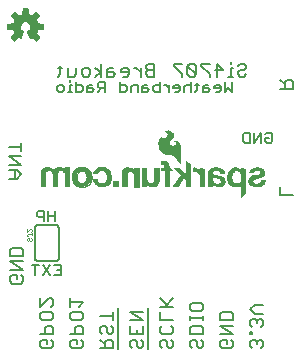
<source format=gbr>
G04 EAGLE Gerber RS-274X export*
G75*
%MOMM*%
%FSLAX34Y34*%
%LPD*%
%INSilkscreen Bottom*%
%IPPOS*%
%AMOC8*
5,1,8,0,0,1.08239X$1,22.5*%
G01*
%ADD10C,0.203200*%
%ADD11C,0.152400*%
%ADD12C,0.025400*%
%ADD13R,0.495300X0.485100*%

G36*
X29640Y271926D02*
X29640Y271926D01*
X29748Y271936D01*
X29761Y271942D01*
X29775Y271944D01*
X29872Y271992D01*
X29971Y272037D01*
X29984Y272048D01*
X29993Y272052D01*
X30008Y272068D01*
X30085Y272130D01*
X32670Y274715D01*
X32733Y274804D01*
X32799Y274889D01*
X32804Y274902D01*
X32812Y274914D01*
X32843Y275017D01*
X32879Y275120D01*
X32879Y275134D01*
X32883Y275147D01*
X32879Y275255D01*
X32880Y275364D01*
X32875Y275377D01*
X32875Y275391D01*
X32837Y275493D01*
X32802Y275595D01*
X32793Y275610D01*
X32789Y275619D01*
X32775Y275636D01*
X32721Y275718D01*
X29957Y279108D01*
X30514Y280190D01*
X30520Y280210D01*
X30562Y280305D01*
X30933Y281464D01*
X35284Y281907D01*
X35388Y281935D01*
X35494Y281960D01*
X35506Y281967D01*
X35519Y281970D01*
X35609Y282031D01*
X35702Y282088D01*
X35710Y282099D01*
X35722Y282107D01*
X35788Y282193D01*
X35857Y282277D01*
X35861Y282290D01*
X35870Y282301D01*
X35904Y282404D01*
X35943Y282505D01*
X35944Y282523D01*
X35948Y282532D01*
X35948Y282554D01*
X35957Y282652D01*
X35957Y286308D01*
X35940Y286415D01*
X35926Y286523D01*
X35920Y286535D01*
X35918Y286549D01*
X35866Y286645D01*
X35819Y286742D01*
X35809Y286752D01*
X35803Y286764D01*
X35723Y286838D01*
X35647Y286915D01*
X35635Y286921D01*
X35625Y286931D01*
X35526Y286976D01*
X35429Y287024D01*
X35411Y287028D01*
X35402Y287032D01*
X35381Y287034D01*
X35284Y287053D01*
X30933Y287496D01*
X30562Y288655D01*
X30553Y288673D01*
X30551Y288680D01*
X30547Y288687D01*
X30514Y288770D01*
X29957Y289852D01*
X32721Y293242D01*
X32775Y293336D01*
X32832Y293428D01*
X32835Y293441D01*
X32842Y293453D01*
X32863Y293560D01*
X32888Y293665D01*
X32886Y293679D01*
X32889Y293693D01*
X32874Y293800D01*
X32864Y293908D01*
X32858Y293921D01*
X32856Y293935D01*
X32808Y294032D01*
X32763Y294131D01*
X32752Y294144D01*
X32748Y294153D01*
X32732Y294168D01*
X32670Y294245D01*
X30085Y296830D01*
X29996Y296893D01*
X29911Y296959D01*
X29898Y296964D01*
X29886Y296972D01*
X29783Y297003D01*
X29680Y297039D01*
X29666Y297039D01*
X29653Y297043D01*
X29545Y297039D01*
X29436Y297040D01*
X29423Y297035D01*
X29409Y297035D01*
X29307Y296997D01*
X29205Y296962D01*
X29190Y296953D01*
X29181Y296949D01*
X29164Y296935D01*
X29082Y296881D01*
X25692Y294117D01*
X24610Y294674D01*
X24590Y294680D01*
X24495Y294722D01*
X23336Y295093D01*
X22893Y299444D01*
X22865Y299548D01*
X22840Y299654D01*
X22833Y299666D01*
X22830Y299679D01*
X22769Y299769D01*
X22712Y299862D01*
X22701Y299870D01*
X22693Y299882D01*
X22607Y299948D01*
X22523Y300017D01*
X22510Y300021D01*
X22499Y300030D01*
X22396Y300064D01*
X22295Y300103D01*
X22277Y300104D01*
X22268Y300108D01*
X22246Y300108D01*
X22148Y300117D01*
X18492Y300117D01*
X18385Y300100D01*
X18277Y300086D01*
X18265Y300080D01*
X18251Y300078D01*
X18155Y300026D01*
X18058Y299979D01*
X18048Y299969D01*
X18036Y299963D01*
X17962Y299883D01*
X17885Y299807D01*
X17879Y299795D01*
X17869Y299785D01*
X17824Y299686D01*
X17776Y299589D01*
X17772Y299571D01*
X17768Y299562D01*
X17766Y299541D01*
X17747Y299444D01*
X17304Y295093D01*
X16145Y294722D01*
X16127Y294712D01*
X16030Y294674D01*
X14948Y294117D01*
X11558Y296881D01*
X11464Y296935D01*
X11372Y296992D01*
X11359Y296995D01*
X11347Y297002D01*
X11240Y297023D01*
X11135Y297048D01*
X11121Y297046D01*
X11107Y297049D01*
X11000Y297034D01*
X10892Y297024D01*
X10879Y297018D01*
X10866Y297016D01*
X10768Y296968D01*
X10669Y296923D01*
X10656Y296912D01*
X10647Y296908D01*
X10632Y296892D01*
X10555Y296830D01*
X7970Y294245D01*
X7907Y294156D01*
X7841Y294071D01*
X7836Y294058D01*
X7828Y294046D01*
X7797Y293943D01*
X7761Y293840D01*
X7761Y293826D01*
X7757Y293813D01*
X7761Y293705D01*
X7760Y293596D01*
X7765Y293583D01*
X7765Y293569D01*
X7803Y293467D01*
X7838Y293365D01*
X7847Y293350D01*
X7851Y293341D01*
X7865Y293324D01*
X7919Y293242D01*
X10683Y289852D01*
X10126Y288770D01*
X10120Y288750D01*
X10078Y288655D01*
X9707Y287496D01*
X5356Y287053D01*
X5252Y287025D01*
X5146Y287000D01*
X5134Y286993D01*
X5121Y286990D01*
X5031Y286929D01*
X4938Y286872D01*
X4930Y286861D01*
X4918Y286853D01*
X4852Y286767D01*
X4784Y286683D01*
X4779Y286670D01*
X4770Y286659D01*
X4736Y286556D01*
X4697Y286455D01*
X4696Y286437D01*
X4692Y286428D01*
X4693Y286406D01*
X4683Y286308D01*
X4683Y282652D01*
X4700Y282545D01*
X4714Y282437D01*
X4720Y282425D01*
X4722Y282411D01*
X4774Y282315D01*
X4821Y282218D01*
X4831Y282208D01*
X4837Y282196D01*
X4917Y282122D01*
X4993Y282045D01*
X5005Y282039D01*
X5016Y282029D01*
X5114Y281984D01*
X5211Y281936D01*
X5229Y281932D01*
X5238Y281928D01*
X5259Y281926D01*
X5356Y281907D01*
X9707Y281464D01*
X10078Y280305D01*
X10088Y280287D01*
X10126Y280190D01*
X10683Y279108D01*
X7919Y275718D01*
X7865Y275624D01*
X7808Y275532D01*
X7805Y275519D01*
X7798Y275507D01*
X7777Y275400D01*
X7752Y275295D01*
X7754Y275281D01*
X7751Y275267D01*
X7766Y275160D01*
X7776Y275052D01*
X7782Y275039D01*
X7784Y275026D01*
X7832Y274928D01*
X7877Y274829D01*
X7888Y274816D01*
X7892Y274807D01*
X7908Y274792D01*
X7970Y274715D01*
X10555Y272130D01*
X10644Y272067D01*
X10729Y272001D01*
X10742Y271996D01*
X10754Y271988D01*
X10857Y271957D01*
X10960Y271921D01*
X10974Y271921D01*
X10987Y271917D01*
X11095Y271921D01*
X11204Y271920D01*
X11217Y271925D01*
X11231Y271925D01*
X11333Y271963D01*
X11435Y271998D01*
X11450Y272007D01*
X11459Y272011D01*
X11476Y272025D01*
X11558Y272079D01*
X14948Y274843D01*
X16030Y274286D01*
X16083Y274269D01*
X16132Y274243D01*
X16198Y274232D01*
X16262Y274211D01*
X16318Y274212D01*
X16372Y274203D01*
X16439Y274214D01*
X16506Y274215D01*
X16558Y274233D01*
X16613Y274242D01*
X16673Y274274D01*
X16736Y274297D01*
X16779Y274331D01*
X16829Y274357D01*
X16875Y274406D01*
X16927Y274448D01*
X16958Y274495D01*
X16996Y274535D01*
X17052Y274640D01*
X17060Y274653D01*
X17061Y274658D01*
X17065Y274665D01*
X19218Y279862D01*
X19238Y279945D01*
X19243Y279958D01*
X19245Y279974D01*
X19270Y280059D01*
X19269Y280080D01*
X19274Y280100D01*
X19266Y280182D01*
X19267Y280201D01*
X19263Y280221D01*
X19259Y280302D01*
X19252Y280322D01*
X19250Y280343D01*
X19218Y280412D01*
X19212Y280439D01*
X19197Y280463D01*
X19171Y280530D01*
X19158Y280546D01*
X19149Y280565D01*
X19104Y280614D01*
X19084Y280646D01*
X19053Y280671D01*
X19015Y280717D01*
X18992Y280733D01*
X18982Y280743D01*
X18961Y280755D01*
X18896Y280800D01*
X18895Y280801D01*
X18894Y280802D01*
X17995Y281308D01*
X17308Y281952D01*
X16793Y282740D01*
X16481Y283628D01*
X16389Y284565D01*
X16522Y285497D01*
X16873Y286371D01*
X17422Y287136D01*
X18136Y287749D01*
X18976Y288174D01*
X19893Y288388D01*
X20834Y288378D01*
X21746Y288144D01*
X22576Y287701D01*
X23277Y287072D01*
X23809Y286295D01*
X24140Y285414D01*
X24253Y284479D01*
X24145Y283562D01*
X23825Y282694D01*
X23311Y281925D01*
X22632Y281298D01*
X21748Y280803D01*
X21706Y280770D01*
X21664Y280747D01*
X21633Y280714D01*
X21585Y280679D01*
X21573Y280663D01*
X21557Y280650D01*
X21522Y280595D01*
X21497Y280569D01*
X21484Y280539D01*
X21442Y280481D01*
X21436Y280462D01*
X21426Y280445D01*
X21407Y280370D01*
X21397Y280347D01*
X21394Y280323D01*
X21371Y280248D01*
X21372Y280228D01*
X21367Y280208D01*
X21374Y280122D01*
X21373Y280104D01*
X21376Y280088D01*
X21379Y280004D01*
X21387Y279979D01*
X21388Y279965D01*
X21398Y279943D01*
X21422Y279862D01*
X22351Y277619D01*
X22351Y277618D01*
X23282Y275371D01*
X23283Y275371D01*
X23575Y274665D01*
X23604Y274618D01*
X23625Y274566D01*
X23668Y274515D01*
X23704Y274458D01*
X23747Y274423D01*
X23783Y274380D01*
X23840Y274346D01*
X23892Y274303D01*
X23944Y274284D01*
X23992Y274255D01*
X24058Y274241D01*
X24121Y274217D01*
X24176Y274215D01*
X24230Y274204D01*
X24297Y274211D01*
X24364Y274209D01*
X24418Y274225D01*
X24473Y274232D01*
X24584Y274276D01*
X24598Y274280D01*
X24602Y274283D01*
X24610Y274286D01*
X25692Y274843D01*
X29082Y272079D01*
X29176Y272025D01*
X29268Y271968D01*
X29281Y271965D01*
X29293Y271958D01*
X29400Y271937D01*
X29505Y271912D01*
X29519Y271914D01*
X29533Y271911D01*
X29640Y271926D01*
G37*
G36*
X151454Y168447D02*
X151454Y168447D01*
X151496Y168462D01*
X151498Y168467D01*
X151502Y168469D01*
X151531Y168542D01*
X151535Y168553D01*
X151535Y168554D01*
X151535Y183718D01*
X151533Y183723D01*
X151535Y183729D01*
X151465Y184560D01*
X151459Y184571D01*
X151460Y184586D01*
X151220Y185385D01*
X151212Y185395D01*
X151210Y185409D01*
X150809Y186141D01*
X150799Y186149D01*
X150794Y186162D01*
X150324Y186712D01*
X150313Y186717D01*
X150306Y186729D01*
X149736Y187174D01*
X149724Y187177D01*
X149714Y187187D01*
X149066Y187508D01*
X149054Y187509D01*
X149042Y187517D01*
X148343Y187701D01*
X148332Y187700D01*
X148321Y187705D01*
X147381Y187778D01*
X147372Y187775D01*
X147361Y187778D01*
X146421Y187705D01*
X146417Y187703D01*
X146411Y187704D01*
X145928Y187628D01*
X145889Y187603D01*
X145849Y187582D01*
X145848Y187578D01*
X145845Y187576D01*
X145835Y187531D01*
X145823Y187487D01*
X145825Y187483D01*
X145824Y187479D01*
X145849Y187441D01*
X145873Y187402D01*
X145877Y187401D01*
X145879Y187398D01*
X145920Y187389D01*
X145960Y187377D01*
X146118Y187393D01*
X146256Y187365D01*
X146389Y187294D01*
X147213Y186695D01*
X147331Y186581D01*
X147403Y186443D01*
X147496Y186028D01*
X147496Y185600D01*
X147403Y185184D01*
X147197Y184780D01*
X146884Y184452D01*
X146278Y184087D01*
X145600Y183880D01*
X144889Y183845D01*
X144279Y183942D01*
X143693Y184140D01*
X143150Y184433D01*
X142725Y184798D01*
X142410Y185258D01*
X142224Y185783D01*
X142181Y186339D01*
X142283Y186887D01*
X142523Y187390D01*
X142893Y187825D01*
X143091Y188035D01*
X143686Y188666D01*
X144281Y189297D01*
X144346Y189366D01*
X144349Y189376D01*
X144358Y189382D01*
X145545Y191140D01*
X145547Y191153D01*
X145557Y191163D01*
X145837Y191851D01*
X145836Y191866D01*
X145845Y191881D01*
X145944Y192616D01*
X145940Y192631D01*
X145945Y192648D01*
X145858Y193385D01*
X145850Y193398D01*
X145850Y193416D01*
X145583Y194108D01*
X145572Y194119D01*
X145568Y194136D01*
X145137Y194739D01*
X145127Y194746D01*
X145121Y194758D01*
X144425Y195416D01*
X144417Y195419D01*
X144412Y195427D01*
X143635Y195987D01*
X143625Y195990D01*
X143617Y195998D01*
X142837Y196386D01*
X142825Y196387D01*
X142814Y196395D01*
X141974Y196626D01*
X141962Y196625D01*
X141950Y196631D01*
X141082Y196697D01*
X141072Y196693D01*
X141060Y196697D01*
X140160Y196611D01*
X140151Y196607D01*
X140141Y196608D01*
X139263Y196388D01*
X139255Y196382D01*
X139243Y196381D01*
X139015Y196280D01*
X138659Y196128D01*
X138658Y196128D01*
X138154Y195907D01*
X138144Y195896D01*
X138127Y195891D01*
X137692Y195553D01*
X137689Y195546D01*
X137681Y195542D01*
X137656Y195517D01*
X137653Y195516D01*
X137618Y195424D01*
X137659Y195335D01*
X137744Y195302D01*
X138347Y195302D01*
X138858Y195245D01*
X139348Y195106D01*
X139829Y194851D01*
X140224Y194481D01*
X140510Y194021D01*
X140667Y193502D01*
X140679Y193199D01*
X140620Y192899D01*
X140414Y192405D01*
X140131Y191947D01*
X139780Y191537D01*
X139368Y191183D01*
X138466Y190532D01*
X137978Y190283D01*
X137449Y190185D01*
X136910Y190243D01*
X136736Y190308D01*
X136375Y190557D01*
X136101Y190896D01*
X136057Y190999D01*
X136041Y191119D01*
X136041Y191999D01*
X136024Y192040D01*
X136010Y192082D01*
X136005Y192085D01*
X136003Y192090D01*
X135962Y192106D01*
X135922Y192125D01*
X135916Y192123D01*
X135911Y192125D01*
X135884Y192113D01*
X135835Y192097D01*
X134709Y191176D01*
X134703Y191164D01*
X134691Y191157D01*
X133784Y190020D01*
X133781Y190009D01*
X133772Y190001D01*
X133270Y189067D01*
X133269Y189057D01*
X133263Y189049D01*
X132905Y188052D01*
X132905Y188042D01*
X132900Y188033D01*
X132693Y186994D01*
X132695Y186984D01*
X132694Y186982D01*
X132695Y186982D01*
X132691Y186973D01*
X132631Y185045D01*
X132635Y185034D01*
X132632Y185022D01*
X132920Y183115D01*
X132926Y183105D01*
X132926Y183093D01*
X133554Y181269D01*
X133561Y181260D01*
X133563Y181248D01*
X134510Y179567D01*
X134518Y179561D01*
X134521Y179550D01*
X135406Y178443D01*
X135413Y178440D01*
X135415Y178434D01*
X135416Y178434D01*
X135418Y178430D01*
X136449Y177458D01*
X136457Y177455D01*
X136463Y177447D01*
X137620Y176630D01*
X137630Y176628D01*
X137638Y176620D01*
X138868Y176020D01*
X138879Y176019D01*
X138889Y176011D01*
X140208Y175643D01*
X140219Y175645D01*
X140230Y175639D01*
X141594Y175515D01*
X141599Y175517D01*
X141605Y175515D01*
X143880Y175515D01*
X144248Y175450D01*
X144599Y175323D01*
X145589Y174734D01*
X146443Y173952D01*
X151315Y168470D01*
X151319Y168468D01*
X151321Y168463D01*
X151363Y168447D01*
X151404Y168428D01*
X151408Y168430D01*
X151413Y168428D01*
X151454Y168447D01*
G37*
G36*
X202821Y139753D02*
X202821Y139753D01*
X202823Y139752D01*
X202844Y139761D01*
X202904Y139784D01*
X207044Y143518D01*
X207046Y143524D01*
X207052Y143527D01*
X207076Y143587D01*
X207085Y143608D01*
X207084Y143610D01*
X207085Y143612D01*
X207085Y164186D01*
X207070Y164223D01*
X207060Y164262D01*
X207051Y164268D01*
X207047Y164277D01*
X207019Y164288D01*
X206983Y164310D01*
X203097Y165046D01*
X203082Y165043D01*
X203067Y165048D01*
X203035Y165033D01*
X203000Y165025D01*
X202992Y165012D01*
X202979Y165006D01*
X202964Y164967D01*
X202948Y164942D01*
X202951Y164931D01*
X202947Y164920D01*
X202971Y163003D01*
X202837Y163152D01*
X202836Y163153D01*
X202836Y163154D01*
X201947Y164119D01*
X201941Y164121D01*
X201937Y164128D01*
X201594Y164429D01*
X201583Y164433D01*
X201575Y164443D01*
X201181Y164676D01*
X201172Y164677D01*
X201164Y164684D01*
X199843Y165217D01*
X199832Y165217D01*
X199822Y165224D01*
X199340Y165326D01*
X199328Y165323D01*
X199316Y165328D01*
X197335Y165353D01*
X197324Y165349D01*
X197312Y165351D01*
X196227Y165168D01*
X196217Y165161D01*
X196203Y165161D01*
X195178Y164761D01*
X195171Y164753D01*
X195159Y164751D01*
X194257Y164210D01*
X194252Y164204D01*
X194243Y164201D01*
X193419Y163548D01*
X193413Y163538D01*
X193403Y163533D01*
X192611Y162643D01*
X192607Y162630D01*
X192595Y162621D01*
X192016Y161580D01*
X192014Y161568D01*
X192006Y161557D01*
X191332Y159444D01*
X191333Y159433D01*
X191327Y159422D01*
X191044Y157222D01*
X191047Y157211D01*
X191043Y157199D01*
X191161Y154984D01*
X191166Y154974D01*
X191164Y154962D01*
X191487Y153586D01*
X191494Y153577D01*
X191494Y153565D01*
X192050Y152265D01*
X192058Y152257D01*
X192060Y152246D01*
X192832Y151061D01*
X192841Y151055D01*
X192846Y151044D01*
X193503Y150337D01*
X193513Y150333D01*
X193519Y150323D01*
X194287Y149738D01*
X194298Y149736D01*
X194305Y149727D01*
X195161Y149281D01*
X195172Y149280D01*
X195181Y149272D01*
X196100Y148978D01*
X196110Y148979D01*
X196120Y148973D01*
X197332Y148784D01*
X197341Y148786D01*
X197350Y148783D01*
X198577Y148766D01*
X198585Y148769D01*
X198595Y148767D01*
X199812Y148922D01*
X199822Y148927D01*
X199834Y148927D01*
X200678Y149191D01*
X200688Y149199D01*
X200703Y149202D01*
X201472Y149639D01*
X201480Y149649D01*
X201494Y149654D01*
X202154Y150244D01*
X202160Y150256D01*
X202172Y150264D01*
X202692Y150980D01*
X202693Y150982D01*
X202693Y139878D01*
X202711Y139834D01*
X202728Y139791D01*
X202730Y139790D01*
X202731Y139787D01*
X202775Y139770D01*
X202819Y139752D01*
X202821Y139753D01*
G37*
G36*
X37391Y149100D02*
X37391Y149100D01*
X37393Y149099D01*
X37436Y149119D01*
X37480Y149137D01*
X37480Y149139D01*
X37482Y149140D01*
X37515Y149225D01*
X37515Y159504D01*
X37622Y160384D01*
X37934Y161206D01*
X38195Y161590D01*
X38538Y161903D01*
X38944Y162129D01*
X39392Y162257D01*
X40296Y162325D01*
X41199Y162233D01*
X41609Y162107D01*
X41981Y161897D01*
X41996Y161883D01*
X42137Y161757D01*
X42277Y161630D01*
X42299Y161611D01*
X42684Y161083D01*
X42957Y160488D01*
X43106Y159849D01*
X43181Y158746D01*
X43181Y149225D01*
X43182Y149223D01*
X43181Y149221D01*
X43201Y149178D01*
X43219Y149134D01*
X43221Y149134D01*
X43222Y149132D01*
X43307Y149099D01*
X47625Y149099D01*
X47627Y149100D01*
X47629Y149099D01*
X47672Y149119D01*
X47716Y149137D01*
X47716Y149139D01*
X47718Y149140D01*
X47751Y149225D01*
X47751Y159784D01*
X47831Y160447D01*
X48062Y161066D01*
X48432Y161613D01*
X48779Y161931D01*
X49188Y162164D01*
X49638Y162300D01*
X50115Y162332D01*
X50963Y162282D01*
X51403Y162200D01*
X51807Y162022D01*
X52162Y161756D01*
X52981Y160812D01*
X53265Y160274D01*
X53396Y159683D01*
X53366Y159061D01*
X53367Y159058D01*
X53366Y159055D01*
X53366Y149250D01*
X53367Y149248D01*
X53366Y149246D01*
X53386Y149203D01*
X53404Y149159D01*
X53406Y149159D01*
X53407Y149157D01*
X53492Y149124D01*
X57810Y149124D01*
X57812Y149125D01*
X57814Y149124D01*
X57857Y149144D01*
X57901Y149162D01*
X57901Y149164D01*
X57903Y149165D01*
X57936Y149250D01*
X57936Y165303D01*
X57935Y165305D01*
X57936Y165307D01*
X57916Y165350D01*
X57898Y165394D01*
X57896Y165394D01*
X57895Y165396D01*
X57810Y165429D01*
X53823Y165429D01*
X53821Y165428D01*
X53819Y165429D01*
X53776Y165409D01*
X53732Y165391D01*
X53732Y165389D01*
X53730Y165388D01*
X53697Y165303D01*
X53697Y163250D01*
X53666Y163257D01*
X53364Y163653D01*
X53358Y163656D01*
X53355Y163664D01*
X52593Y164451D01*
X52585Y164454D01*
X52581Y164461D01*
X51819Y165073D01*
X51805Y165077D01*
X51793Y165090D01*
X50903Y165494D01*
X50891Y165494D01*
X50880Y165502D01*
X49788Y165756D01*
X49779Y165755D01*
X49771Y165759D01*
X48399Y165886D01*
X48389Y165883D01*
X48378Y165886D01*
X47421Y165817D01*
X47410Y165811D01*
X47396Y165812D01*
X46473Y165552D01*
X46463Y165544D01*
X46450Y165542D01*
X45660Y165139D01*
X45652Y165130D01*
X45639Y165126D01*
X44941Y164580D01*
X44935Y164569D01*
X44923Y164563D01*
X44341Y163894D01*
X44338Y163882D01*
X44327Y163874D01*
X43947Y163216D01*
X43905Y163258D01*
X43450Y163739D01*
X43447Y163740D01*
X43446Y163743D01*
X42658Y164502D01*
X42649Y164505D01*
X42644Y164514D01*
X41755Y165152D01*
X41744Y165154D01*
X41736Y165162D01*
X40931Y165556D01*
X40919Y165556D01*
X40908Y165564D01*
X40043Y165796D01*
X40031Y165794D01*
X40019Y165800D01*
X39125Y165861D01*
X39116Y165858D01*
X39105Y165861D01*
X37826Y165754D01*
X37819Y165750D01*
X37812Y165752D01*
X36552Y165503D01*
X36543Y165497D01*
X36531Y165497D01*
X35665Y165171D01*
X35655Y165161D01*
X35640Y165158D01*
X34866Y164651D01*
X34859Y164639D01*
X34845Y164633D01*
X34199Y163969D01*
X34196Y163959D01*
X34192Y163958D01*
X34191Y163954D01*
X34183Y163948D01*
X33595Y163009D01*
X33593Y162996D01*
X33583Y162986D01*
X33197Y161947D01*
X33198Y161934D01*
X33191Y161922D01*
X33022Y160826D01*
X33025Y160817D01*
X33021Y160807D01*
X33021Y149225D01*
X33022Y149223D01*
X33021Y149221D01*
X33041Y149178D01*
X33059Y149134D01*
X33061Y149134D01*
X33062Y149132D01*
X33147Y149099D01*
X37389Y149099D01*
X37391Y149100D01*
G37*
G36*
X185271Y148769D02*
X185271Y148769D01*
X185282Y148774D01*
X185296Y148772D01*
X186668Y149080D01*
X186679Y149088D01*
X186694Y149089D01*
X187963Y149695D01*
X187972Y149705D01*
X187986Y149709D01*
X188434Y150051D01*
X188440Y150061D01*
X188452Y150067D01*
X188829Y150487D01*
X188833Y150498D01*
X188843Y150506D01*
X189135Y150989D01*
X189137Y151000D01*
X189145Y151010D01*
X189518Y152003D01*
X189518Y152014D01*
X189524Y152025D01*
X189713Y153069D01*
X189710Y153080D01*
X189715Y153092D01*
X189712Y154153D01*
X189709Y154160D01*
X189711Y154163D01*
X189708Y154170D01*
X189709Y154180D01*
X189503Y155121D01*
X189494Y155133D01*
X189493Y155150D01*
X189064Y156012D01*
X189054Y156021D01*
X189049Y156036D01*
X188551Y156645D01*
X188546Y156648D01*
X188544Y156652D01*
X188538Y156654D01*
X188533Y156663D01*
X187923Y157161D01*
X187911Y157164D01*
X187902Y157175D01*
X187206Y157541D01*
X187195Y157542D01*
X187186Y157549D01*
X185701Y158033D01*
X185693Y158032D01*
X185684Y158037D01*
X184147Y158315D01*
X184143Y158314D01*
X184138Y158317D01*
X181932Y158545D01*
X180626Y158771D01*
X180157Y158936D01*
X179729Y159182D01*
X179445Y159443D01*
X179385Y159530D01*
X179343Y159627D01*
X179232Y160148D01*
X179232Y160679D01*
X179343Y161200D01*
X179482Y161514D01*
X179681Y161793D01*
X179934Y162027D01*
X180248Y162220D01*
X180594Y162348D01*
X180963Y162409D01*
X182318Y162459D01*
X182905Y162405D01*
X183466Y162240D01*
X183930Y161985D01*
X184320Y161629D01*
X184615Y161191D01*
X184799Y160696D01*
X184862Y160165D01*
X184862Y160122D01*
X184863Y160120D01*
X184862Y160118D01*
X184882Y160075D01*
X184900Y160031D01*
X184902Y160031D01*
X184903Y160029D01*
X184988Y159996D01*
X189129Y159996D01*
X189130Y159994D01*
X189172Y159984D01*
X189214Y159970D01*
X189220Y159973D01*
X189226Y159972D01*
X189251Y159988D01*
X189296Y160009D01*
X189321Y160034D01*
X189321Y160035D01*
X189337Y160077D01*
X189356Y160126D01*
X189356Y160127D01*
X189336Y160169D01*
X189317Y160212D01*
X189195Y161103D01*
X189189Y161114D01*
X189189Y161129D01*
X188855Y162070D01*
X188846Y162080D01*
X188843Y162094D01*
X188324Y162947D01*
X188313Y162955D01*
X188308Y162968D01*
X187625Y163698D01*
X187613Y163703D01*
X187605Y163715D01*
X186788Y164289D01*
X186776Y164292D01*
X186767Y164301D01*
X185609Y164830D01*
X185599Y164830D01*
X185590Y164837D01*
X184361Y165171D01*
X184352Y165170D01*
X184343Y165174D01*
X182603Y165388D01*
X182595Y165385D01*
X182587Y165388D01*
X180833Y165380D01*
X180826Y165377D01*
X180817Y165379D01*
X179078Y165149D01*
X179070Y165144D01*
X179059Y165145D01*
X177645Y164720D01*
X177636Y164712D01*
X177622Y164711D01*
X176319Y164017D01*
X176310Y164007D01*
X176296Y164002D01*
X175734Y163519D01*
X175727Y163505D01*
X175713Y163496D01*
X175286Y162891D01*
X175283Y162876D01*
X175271Y162864D01*
X175004Y162173D01*
X175005Y162158D01*
X174997Y162143D01*
X174906Y161408D01*
X174908Y161400D01*
X174905Y161392D01*
X174905Y156566D01*
X174906Y156564D01*
X174905Y156562D01*
X174912Y156547D01*
X174880Y156463D01*
X174905Y152125D01*
X174803Y150788D01*
X174454Y149493D01*
X174380Y149294D01*
X174381Y149269D01*
X174372Y149246D01*
X174383Y149222D01*
X174384Y149196D01*
X174403Y149179D01*
X174413Y149157D01*
X174440Y149146D01*
X174458Y149130D01*
X174477Y149132D01*
X174498Y149124D01*
X178532Y149124D01*
X178568Y149121D01*
X178596Y149130D01*
X178636Y149134D01*
X178673Y149153D01*
X178692Y149175D01*
X178724Y149199D01*
X178746Y149235D01*
X178748Y149252D01*
X178760Y149268D01*
X178836Y149548D01*
X178835Y149551D01*
X178837Y149554D01*
X179064Y150583D01*
X179074Y150606D01*
X179080Y150612D01*
X179088Y150614D01*
X179097Y150613D01*
X179121Y150597D01*
X179948Y149894D01*
X179959Y149890D01*
X179968Y149880D01*
X180919Y149340D01*
X180930Y149339D01*
X180940Y149331D01*
X181975Y148978D01*
X181987Y148979D01*
X181997Y148973D01*
X183615Y148732D01*
X183625Y148735D01*
X183636Y148731D01*
X185271Y148769D01*
G37*
G36*
X160404Y148998D02*
X160404Y148998D01*
X160407Y148997D01*
X160490Y149034D01*
X160541Y149085D01*
X160543Y149088D01*
X160545Y149089D01*
X160578Y149174D01*
X160578Y168504D01*
X160570Y168523D01*
X160572Y168543D01*
X160551Y168570D01*
X160540Y168595D01*
X160526Y168600D01*
X160515Y168614D01*
X156375Y170976D01*
X156340Y170980D01*
X156308Y170992D01*
X156293Y170985D01*
X156277Y170987D01*
X156250Y170965D01*
X156219Y170951D01*
X156212Y170935D01*
X156200Y170925D01*
X156198Y170898D01*
X156186Y170866D01*
X156186Y159436D01*
X150711Y164910D01*
X150708Y164912D01*
X150707Y164914D01*
X150622Y164947D01*
X145948Y164947D01*
X145946Y164947D01*
X145945Y164947D01*
X145901Y164927D01*
X145857Y164909D01*
X145857Y164907D01*
X145855Y164906D01*
X145839Y164862D01*
X145822Y164817D01*
X145823Y164815D01*
X145822Y164814D01*
X145860Y164731D01*
X151551Y159165D01*
X144954Y149270D01*
X144947Y149232D01*
X144933Y149195D01*
X144938Y149185D01*
X144936Y149173D01*
X144958Y149142D01*
X144975Y149106D01*
X144986Y149102D01*
X144992Y149093D01*
X145022Y149088D01*
X145060Y149074D01*
X150140Y149099D01*
X150157Y149106D01*
X150175Y149104D01*
X150204Y149126D01*
X150230Y149138D01*
X150235Y149150D01*
X150247Y149160D01*
X154480Y156138D01*
X156135Y154531D01*
X156135Y149123D01*
X156136Y149121D01*
X156135Y149119D01*
X156155Y149076D01*
X156173Y149032D01*
X156175Y149032D01*
X156176Y149030D01*
X156261Y148997D01*
X160401Y148997D01*
X160404Y148998D01*
G37*
G36*
X128836Y148697D02*
X128836Y148697D01*
X128847Y148694D01*
X129880Y148841D01*
X129891Y148847D01*
X129904Y148847D01*
X130890Y149190D01*
X130899Y149198D01*
X130912Y149200D01*
X131814Y149726D01*
X131821Y149736D01*
X131834Y149741D01*
X132088Y149969D01*
X132094Y149980D01*
X132105Y149988D01*
X132766Y150873D01*
X132768Y150884D01*
X132778Y150893D01*
X133266Y151883D01*
X133266Y151895D01*
X133274Y151905D01*
X133574Y152968D01*
X133572Y152979D01*
X133578Y152991D01*
X133679Y154090D01*
X133677Y154096D01*
X133679Y154102D01*
X133679Y164897D01*
X133678Y164899D01*
X133679Y164901D01*
X133659Y164944D01*
X133641Y164988D01*
X133639Y164988D01*
X133638Y164990D01*
X133553Y165023D01*
X129413Y165023D01*
X129411Y165022D01*
X129409Y165023D01*
X129366Y165003D01*
X129322Y164985D01*
X129322Y164983D01*
X129320Y164982D01*
X129287Y164897D01*
X129287Y154900D01*
X129138Y154070D01*
X128795Y153302D01*
X128523Y152940D01*
X128182Y152639D01*
X127787Y152414D01*
X127098Y152191D01*
X126379Y152111D01*
X125658Y152178D01*
X124967Y152390D01*
X124457Y152678D01*
X124026Y153075D01*
X123699Y153560D01*
X123490Y154110D01*
X123265Y155314D01*
X123189Y156544D01*
X123189Y164846D01*
X123188Y164848D01*
X123189Y164850D01*
X123169Y164893D01*
X123151Y164937D01*
X123149Y164937D01*
X123148Y164939D01*
X123063Y164972D01*
X118847Y164972D01*
X118845Y164971D01*
X118843Y164972D01*
X118800Y164952D01*
X118756Y164934D01*
X118756Y164932D01*
X118754Y164931D01*
X118721Y164846D01*
X118721Y149225D01*
X118722Y149223D01*
X118721Y149221D01*
X118741Y149178D01*
X118759Y149134D01*
X118761Y149134D01*
X118762Y149132D01*
X118847Y149099D01*
X122860Y149099D01*
X122862Y149100D01*
X122864Y149099D01*
X122907Y149119D01*
X122951Y149137D01*
X122951Y149139D01*
X122953Y149140D01*
X122986Y149225D01*
X122986Y151282D01*
X123493Y150641D01*
X123501Y150637D01*
X123505Y150628D01*
X124332Y149843D01*
X124341Y149840D01*
X124346Y149832D01*
X125276Y149173D01*
X125285Y149171D01*
X125293Y149163D01*
X125538Y149041D01*
X125549Y149040D01*
X125558Y149033D01*
X125820Y148952D01*
X125829Y148953D01*
X125838Y148948D01*
X127316Y148725D01*
X127324Y148727D01*
X127332Y148723D01*
X128826Y148693D01*
X128836Y148697D01*
G37*
G36*
X116359Y149024D02*
X116359Y149024D01*
X116361Y149023D01*
X116404Y149043D01*
X116448Y149061D01*
X116448Y149063D01*
X116450Y149064D01*
X116483Y149149D01*
X116483Y164871D01*
X116482Y164873D01*
X116483Y164875D01*
X116463Y164918D01*
X116445Y164962D01*
X116443Y164962D01*
X116442Y164964D01*
X116357Y164997D01*
X112319Y164997D01*
X112317Y164996D01*
X112315Y164997D01*
X112272Y164977D01*
X112228Y164959D01*
X112228Y164957D01*
X112226Y164956D01*
X112193Y164871D01*
X112193Y162803D01*
X112151Y162832D01*
X112037Y162968D01*
X111760Y163346D01*
X111756Y163348D01*
X111754Y163353D01*
X111352Y163826D01*
X111345Y163830D01*
X111341Y163838D01*
X111146Y164014D01*
X111006Y164140D01*
X110880Y164254D01*
X110870Y164257D01*
X110862Y164267D01*
X109964Y164834D01*
X109951Y164837D01*
X109940Y164846D01*
X108944Y165215D01*
X108931Y165215D01*
X108918Y165222D01*
X107866Y165377D01*
X107856Y165374D01*
X107845Y165378D01*
X105839Y165328D01*
X105829Y165324D01*
X105816Y165326D01*
X104839Y165120D01*
X104827Y165112D01*
X104811Y165111D01*
X103906Y164689D01*
X103897Y164678D01*
X103882Y164674D01*
X103097Y164056D01*
X103091Y164045D01*
X103079Y164039D01*
X102590Y163464D01*
X102587Y163453D01*
X102577Y163446D01*
X102193Y162797D01*
X102191Y162786D01*
X102183Y162777D01*
X101914Y162072D01*
X101914Y162063D01*
X101909Y162054D01*
X101669Y160947D01*
X101671Y160938D01*
X101667Y160930D01*
X101576Y159801D01*
X101578Y159796D01*
X101576Y159791D01*
X101576Y149250D01*
X101577Y149248D01*
X101576Y149246D01*
X101596Y149203D01*
X101614Y149159D01*
X101616Y149159D01*
X101617Y149157D01*
X101702Y149124D01*
X105791Y149124D01*
X105793Y149125D01*
X105795Y149124D01*
X105838Y149144D01*
X105882Y149162D01*
X105882Y149164D01*
X105884Y149165D01*
X105917Y149250D01*
X105917Y158896D01*
X105982Y159614D01*
X106173Y160302D01*
X106483Y160944D01*
X106779Y161331D01*
X107153Y161640D01*
X107588Y161857D01*
X107888Y161934D01*
X108204Y161951D01*
X109309Y161901D01*
X109865Y161814D01*
X110381Y161610D01*
X110838Y161296D01*
X111355Y160727D01*
X111718Y160048D01*
X111935Y159298D01*
X112015Y158515D01*
X112015Y149149D01*
X112016Y149147D01*
X112015Y149145D01*
X112035Y149102D01*
X112053Y149058D01*
X112055Y149058D01*
X112056Y149056D01*
X112141Y149023D01*
X116357Y149023D01*
X116359Y149024D01*
G37*
G36*
X68073Y148952D02*
X68073Y148952D01*
X68089Y148948D01*
X71086Y149354D01*
X71107Y149366D01*
X71136Y149372D01*
X73981Y151150D01*
X73995Y151171D01*
X74020Y151189D01*
X75620Y153678D01*
X75624Y153701D01*
X75639Y153726D01*
X76249Y157612D01*
X76243Y157634D01*
X76247Y157660D01*
X75434Y161216D01*
X75419Y161237D01*
X75410Y161266D01*
X73276Y163984D01*
X73254Y163996D01*
X73233Y164019D01*
X69855Y165696D01*
X69835Y165697D01*
X69814Y165708D01*
X68341Y165885D01*
X68334Y165883D01*
X68326Y165886D01*
X68275Y165886D01*
X68255Y165878D01*
X68229Y165877D01*
X68102Y165827D01*
X68081Y165807D01*
X68055Y165795D01*
X68046Y165773D01*
X68031Y165759D01*
X68032Y165735D01*
X68022Y165710D01*
X68022Y162789D01*
X68039Y162749D01*
X68051Y162708D01*
X68058Y162704D01*
X68060Y162698D01*
X68088Y162687D01*
X68131Y162664D01*
X69226Y162514D01*
X70374Y161879D01*
X71162Y160795D01*
X71558Y159906D01*
X71832Y158432D01*
X71883Y156573D01*
X71708Y155325D01*
X71333Y154176D01*
X70795Y153149D01*
X69147Y152141D01*
X67399Y151919D01*
X65648Y152511D01*
X65578Y152575D01*
X65300Y152828D01*
X65022Y153080D01*
X64883Y153206D01*
X64606Y153459D01*
X64605Y153459D01*
X64569Y153492D01*
X64026Y154702D01*
X63651Y156250D01*
X63651Y157675D01*
X63902Y159604D01*
X64646Y161216D01*
X65480Y162025D01*
X66433Y162538D01*
X67620Y162637D01*
X67716Y162637D01*
X67719Y162638D01*
X67722Y162637D01*
X67764Y162657D01*
X67807Y162675D01*
X67808Y162678D01*
X67811Y162680D01*
X67842Y162765D01*
X67816Y164353D01*
X67813Y164479D01*
X67813Y164480D01*
X67811Y164606D01*
X67809Y164732D01*
X67807Y164858D01*
X67805Y164984D01*
X67805Y164985D01*
X67803Y165111D01*
X67801Y165237D01*
X67799Y165363D01*
X67796Y165489D01*
X67796Y165490D01*
X67794Y165616D01*
X67792Y165737D01*
X67788Y165746D01*
X67791Y165755D01*
X67769Y165790D01*
X67752Y165827D01*
X67744Y165830D01*
X67739Y165838D01*
X67687Y165851D01*
X67660Y165861D01*
X67655Y165859D01*
X67650Y165860D01*
X65643Y165606D01*
X65632Y165600D01*
X65618Y165600D01*
X63992Y165041D01*
X63980Y165030D01*
X63961Y165026D01*
X61980Y163655D01*
X61972Y163642D01*
X61956Y163633D01*
X60864Y162363D01*
X60859Y162347D01*
X60845Y162332D01*
X59804Y159995D01*
X59803Y159978D01*
X59794Y159960D01*
X59514Y157775D01*
X59518Y157760D01*
X59514Y157744D01*
X59768Y155636D01*
X59772Y155628D01*
X59771Y155617D01*
X60457Y153153D01*
X60468Y153139D01*
X60472Y153120D01*
X61285Y151825D01*
X61297Y151816D01*
X61305Y151801D01*
X62499Y150658D01*
X62508Y150654D01*
X62513Y150646D01*
X63630Y149859D01*
X63647Y149855D01*
X63662Y149843D01*
X65516Y149208D01*
X65530Y149209D01*
X65544Y149201D01*
X68059Y148947D01*
X68073Y148952D01*
G37*
G36*
X216054Y148745D02*
X216054Y148745D01*
X216061Y148743D01*
X218627Y148921D01*
X218636Y148926D01*
X218646Y148924D01*
X219567Y149136D01*
X219578Y149144D01*
X219592Y149145D01*
X220449Y149542D01*
X220455Y149549D01*
X220464Y149551D01*
X221658Y150313D01*
X221663Y150319D01*
X221671Y150322D01*
X222186Y150753D01*
X222191Y150764D01*
X222203Y150770D01*
X222623Y151294D01*
X222627Y151305D01*
X222637Y151314D01*
X222946Y151910D01*
X222947Y151919D01*
X222954Y151927D01*
X223386Y153197D01*
X223385Y153207D01*
X223390Y153216D01*
X223492Y153800D01*
X223491Y153807D01*
X223494Y153813D01*
X223519Y154169D01*
X223518Y154173D01*
X223519Y154176D01*
X223518Y154178D01*
X223519Y154182D01*
X223507Y154208D01*
X223504Y154238D01*
X223503Y154239D01*
X223503Y154240D01*
X223492Y154249D01*
X223487Y154262D01*
X223481Y154265D01*
X223478Y154271D01*
X223448Y154283D01*
X223428Y154299D01*
X223426Y154299D01*
X223425Y154300D01*
X223410Y154299D01*
X223398Y154304D01*
X223396Y154303D01*
X223393Y154304D01*
X219532Y154304D01*
X219530Y154303D01*
X219528Y154304D01*
X219485Y154284D01*
X219441Y154266D01*
X219441Y154264D01*
X219439Y154263D01*
X219406Y154178D01*
X219406Y154131D01*
X219377Y153634D01*
X219231Y153172D01*
X218975Y152758D01*
X218871Y152653D01*
X218745Y152527D01*
X218533Y152315D01*
X218006Y151978D01*
X217419Y151761D01*
X216857Y151688D01*
X215527Y151688D01*
X214924Y151762D01*
X214357Y151959D01*
X213844Y152271D01*
X213557Y152555D01*
X213348Y152900D01*
X213231Y153285D01*
X213214Y153689D01*
X213299Y154084D01*
X213480Y154446D01*
X213745Y154750D01*
X214081Y154981D01*
X215188Y155451D01*
X216362Y155757D01*
X219993Y156620D01*
X220000Y156625D01*
X220009Y156625D01*
X220817Y156931D01*
X220824Y156937D01*
X220834Y156939D01*
X221585Y157366D01*
X221591Y157373D01*
X221601Y157377D01*
X222278Y157914D01*
X222283Y157924D01*
X222294Y157930D01*
X222631Y158315D01*
X222635Y158328D01*
X222646Y158337D01*
X222895Y158784D01*
X222896Y158797D01*
X222905Y158808D01*
X223057Y159297D01*
X223055Y159309D01*
X223062Y159322D01*
X223167Y160458D01*
X223164Y160471D01*
X223167Y160484D01*
X223038Y161618D01*
X223032Y161629D01*
X223033Y161643D01*
X222675Y162727D01*
X222667Y162736D01*
X222665Y162750D01*
X222366Y163272D01*
X222356Y163279D01*
X222351Y163292D01*
X221957Y163747D01*
X221946Y163752D01*
X221939Y163764D01*
X221463Y164133D01*
X221452Y164136D01*
X221443Y164145D01*
X220162Y164799D01*
X220151Y164800D01*
X220141Y164807D01*
X218763Y165218D01*
X218752Y165217D01*
X218740Y165223D01*
X217311Y165378D01*
X217304Y165376D01*
X217297Y165378D01*
X215494Y165378D01*
X215488Y165376D01*
X215481Y165378D01*
X214088Y165238D01*
X214079Y165233D01*
X214068Y165234D01*
X212717Y164866D01*
X212708Y164859D01*
X212694Y164857D01*
X211597Y164319D01*
X211588Y164309D01*
X211574Y164305D01*
X210615Y163548D01*
X210609Y163538D01*
X210598Y163533D01*
X210250Y163137D01*
X210248Y163132D01*
X210247Y163132D01*
X210246Y163128D01*
X210238Y163122D01*
X209952Y162680D01*
X209950Y162670D01*
X209943Y162663D01*
X209587Y161875D01*
X209587Y161870D01*
X209583Y161866D01*
X209380Y161308D01*
X209382Y161284D01*
X209377Y161272D01*
X209380Y161265D01*
X209375Y161240D01*
X209384Y161226D01*
X209375Y161214D01*
X209377Y161208D01*
X209373Y161201D01*
X209297Y160490D01*
X209299Y160484D01*
X209298Y160480D01*
X209299Y160478D01*
X209297Y160473D01*
X209314Y160436D01*
X209326Y160396D01*
X209334Y160392D01*
X209338Y160384D01*
X209388Y160364D01*
X209414Y160351D01*
X209418Y160353D01*
X209423Y160351D01*
X213309Y160351D01*
X213353Y160369D01*
X213397Y160387D01*
X213398Y160388D01*
X213400Y160389D01*
X213407Y160408D01*
X213435Y160469D01*
X213451Y160729D01*
X213506Y160972D01*
X213656Y161324D01*
X213874Y161637D01*
X214150Y161901D01*
X214572Y162172D01*
X215039Y162361D01*
X215535Y162459D01*
X216383Y162503D01*
X217231Y162459D01*
X217680Y162374D01*
X218104Y162217D01*
X218405Y162022D01*
X218638Y161754D01*
X218793Y161412D01*
X218841Y161040D01*
X218776Y160671D01*
X218592Y160310D01*
X218357Y160067D01*
X218309Y160017D01*
X217634Y159601D01*
X216882Y159329D01*
X214859Y158925D01*
X214858Y158924D01*
X214857Y158924D01*
X213134Y158543D01*
X213127Y158538D01*
X213118Y158538D01*
X211462Y157928D01*
X211456Y157922D01*
X211446Y157921D01*
X210690Y157516D01*
X210684Y157509D01*
X210675Y157506D01*
X209983Y156998D01*
X209978Y156988D01*
X209966Y156983D01*
X209634Y156633D01*
X209629Y156621D01*
X209618Y156612D01*
X209366Y156200D01*
X209364Y156186D01*
X209354Y156174D01*
X209017Y155171D01*
X209018Y155156D01*
X209010Y155142D01*
X208916Y154087D01*
X208919Y154078D01*
X208916Y154067D01*
X208992Y153026D01*
X208996Y153018D01*
X208995Y153008D01*
X209138Y152344D01*
X209144Y152334D01*
X209145Y152321D01*
X209411Y151696D01*
X209419Y151687D01*
X209422Y151675D01*
X209801Y151111D01*
X209811Y151104D01*
X209816Y151093D01*
X210542Y150350D01*
X210552Y150346D01*
X210558Y150335D01*
X211402Y149729D01*
X211412Y149727D01*
X211421Y149718D01*
X212356Y149267D01*
X212367Y149266D01*
X212377Y149259D01*
X213377Y148977D01*
X213385Y148978D01*
X213394Y148973D01*
X214708Y148791D01*
X214715Y148793D01*
X214721Y148790D01*
X216048Y148743D01*
X216054Y148745D01*
G37*
G36*
X86252Y148842D02*
X86252Y148842D01*
X86259Y148845D01*
X86267Y148844D01*
X87830Y149126D01*
X87838Y149131D01*
X87848Y149130D01*
X88918Y149485D01*
X88926Y149491D01*
X88937Y149493D01*
X89934Y150019D01*
X89941Y150027D01*
X89952Y150031D01*
X90848Y150715D01*
X90853Y150724D01*
X90864Y150729D01*
X91634Y151552D01*
X91636Y151558D01*
X91638Y151559D01*
X91640Y151563D01*
X91647Y151568D01*
X92329Y152584D01*
X92331Y152594D01*
X92339Y152602D01*
X92853Y153713D01*
X92854Y153722D01*
X92860Y153731D01*
X93194Y154909D01*
X93193Y154919D01*
X93198Y154928D01*
X93343Y156144D01*
X93341Y156153D01*
X93344Y156163D01*
X93343Y156195D01*
X93343Y156196D01*
X93335Y156448D01*
X93336Y156448D01*
X93335Y156448D01*
X93332Y156574D01*
X93324Y156827D01*
X93320Y156953D01*
X93312Y157205D01*
X93312Y157206D01*
X93309Y157332D01*
X93305Y157458D01*
X93301Y157584D01*
X93293Y157837D01*
X93289Y157963D01*
X93282Y158215D01*
X93282Y158216D01*
X93278Y158342D01*
X93270Y158594D01*
X93268Y158652D01*
X93264Y158661D01*
X93266Y158673D01*
X92968Y160163D01*
X92961Y160173D01*
X92961Y160186D01*
X92384Y161592D01*
X92376Y161600D01*
X92373Y161613D01*
X91539Y162884D01*
X91529Y162890D01*
X91524Y162902D01*
X90463Y163990D01*
X90452Y163995D01*
X90444Y164006D01*
X89195Y164871D01*
X89183Y164874D01*
X89174Y164883D01*
X87783Y165495D01*
X87771Y165495D01*
X87759Y165502D01*
X86253Y165835D01*
X86241Y165832D01*
X86228Y165838D01*
X84686Y165861D01*
X84677Y165858D01*
X84668Y165860D01*
X83233Y165671D01*
X83228Y165668D01*
X83222Y165669D01*
X81811Y165350D01*
X81803Y165345D01*
X81793Y165344D01*
X80636Y164887D01*
X80626Y164877D01*
X80612Y164874D01*
X79581Y164177D01*
X79574Y164166D01*
X79560Y164159D01*
X78705Y163256D01*
X78700Y163244D01*
X78688Y163235D01*
X78048Y162168D01*
X78046Y162156D01*
X78038Y162147D01*
X77613Y160992D01*
X77613Y160982D01*
X77608Y160973D01*
X77371Y159765D01*
X77374Y159751D01*
X77369Y159737D01*
X77384Y159704D01*
X77391Y159669D01*
X77404Y159661D01*
X77410Y159648D01*
X77449Y159632D01*
X77475Y159616D01*
X77485Y159619D01*
X77495Y159615D01*
X81686Y159615D01*
X81688Y159616D01*
X81690Y159615D01*
X81733Y159635D01*
X81777Y159653D01*
X81777Y159655D01*
X81779Y159656D01*
X81812Y159741D01*
X81812Y159759D01*
X81879Y160338D01*
X82072Y160880D01*
X82383Y161365D01*
X82796Y161766D01*
X83289Y162064D01*
X84081Y162325D01*
X84913Y162408D01*
X85753Y162342D01*
X86574Y162161D01*
X86988Y161975D01*
X87335Y161685D01*
X88022Y160774D01*
X88527Y159749D01*
X88832Y158646D01*
X88925Y157505D01*
X88796Y155945D01*
X88450Y154421D01*
X88135Y153704D01*
X87660Y153085D01*
X87052Y152596D01*
X86344Y152266D01*
X85565Y152085D01*
X84765Y152044D01*
X84174Y152117D01*
X83605Y152290D01*
X83075Y152558D01*
X82632Y152903D01*
X82274Y153335D01*
X81953Y153925D01*
X81738Y154562D01*
X81634Y155238D01*
X81612Y155274D01*
X81594Y155312D01*
X81586Y155315D01*
X81582Y155322D01*
X81552Y155328D01*
X81509Y155345D01*
X77445Y155345D01*
X77443Y155344D01*
X77441Y155345D01*
X77398Y155325D01*
X77354Y155307D01*
X77354Y155305D01*
X77352Y155304D01*
X77319Y155219D01*
X77319Y155169D01*
X77320Y155165D01*
X77319Y155161D01*
X77351Y154686D01*
X77355Y154679D01*
X77353Y154669D01*
X77448Y154204D01*
X77454Y154195D01*
X77454Y154183D01*
X77996Y152792D01*
X78005Y152783D01*
X78008Y152769D01*
X78823Y151518D01*
X78834Y151511D01*
X78839Y151498D01*
X79892Y150440D01*
X79904Y150435D01*
X79913Y150423D01*
X81160Y149603D01*
X81171Y149600D01*
X81180Y149592D01*
X82273Y149130D01*
X82283Y149130D01*
X82292Y149124D01*
X83445Y148842D01*
X83455Y148843D01*
X83465Y148839D01*
X84648Y148743D01*
X84656Y148746D01*
X84666Y148743D01*
X86252Y148842D01*
G37*
G36*
X142191Y149024D02*
X142191Y149024D01*
X142193Y149023D01*
X142236Y149043D01*
X142280Y149061D01*
X142280Y149063D01*
X142282Y149064D01*
X142315Y149149D01*
X142315Y162029D01*
X146178Y162053D01*
X146179Y162053D01*
X146224Y162073D01*
X146268Y162092D01*
X146269Y162093D01*
X146286Y162138D01*
X146303Y162184D01*
X146303Y162185D01*
X146266Y162268D01*
X143599Y164935D01*
X143596Y164937D01*
X143595Y164939D01*
X143510Y164972D01*
X142264Y164972D01*
X142264Y165303D01*
X142262Y165308D01*
X142264Y165313D01*
X142087Y167447D01*
X142082Y167457D01*
X142082Y167458D01*
X142082Y167459D01*
X142082Y167460D01*
X142083Y167469D01*
X141935Y168036D01*
X141928Y168045D01*
X141927Y168057D01*
X141679Y168588D01*
X141670Y168596D01*
X141667Y168608D01*
X141327Y169085D01*
X141317Y169091D01*
X141311Y169103D01*
X140568Y169813D01*
X140558Y169817D01*
X140556Y169821D01*
X140553Y169822D01*
X140549Y169828D01*
X139681Y170378D01*
X139669Y170380D01*
X139659Y170389D01*
X138701Y170758D01*
X138688Y170758D01*
X138677Y170765D01*
X137664Y170939D01*
X137654Y170937D01*
X137643Y170941D01*
X136093Y170941D01*
X136090Y170940D01*
X136086Y170941D01*
X134769Y170865D01*
X134747Y170865D01*
X134745Y170864D01*
X134743Y170865D01*
X134700Y170845D01*
X134656Y170827D01*
X134656Y170825D01*
X134654Y170824D01*
X134621Y170739D01*
X134621Y167716D01*
X134622Y167714D01*
X134621Y167712D01*
X134641Y167669D01*
X134659Y167625D01*
X134661Y167625D01*
X134662Y167623D01*
X134747Y167590D01*
X134823Y167590D01*
X134828Y167592D01*
X134835Y167590D01*
X135115Y167616D01*
X136030Y167701D01*
X136930Y167618D01*
X137212Y167521D01*
X137452Y167351D01*
X137634Y167119D01*
X137809Y166696D01*
X137872Y166234D01*
X137872Y164972D01*
X135026Y164972D01*
X135024Y164971D01*
X135022Y164972D01*
X134979Y164952D01*
X134935Y164934D01*
X134935Y164932D01*
X134933Y164931D01*
X134900Y164846D01*
X134900Y162179D01*
X134901Y162177D01*
X134900Y162175D01*
X134920Y162132D01*
X134938Y162088D01*
X134940Y162088D01*
X134941Y162086D01*
X135026Y162053D01*
X137898Y162053D01*
X137898Y149149D01*
X137899Y149147D01*
X137898Y149145D01*
X137918Y149102D01*
X137936Y149058D01*
X137938Y149058D01*
X137939Y149056D01*
X138024Y149023D01*
X142189Y149023D01*
X142191Y149024D01*
G37*
G36*
X172316Y149125D02*
X172316Y149125D01*
X172318Y149124D01*
X172361Y149144D01*
X172405Y149162D01*
X172406Y149164D01*
X172408Y149165D01*
X172440Y149250D01*
X172414Y164135D01*
X172398Y164173D01*
X172388Y164212D01*
X172379Y164217D01*
X172376Y164226D01*
X172347Y164237D01*
X172310Y164259D01*
X168449Y164945D01*
X168436Y164942D01*
X168423Y164947D01*
X168389Y164932D01*
X168353Y164923D01*
X168346Y164912D01*
X168334Y164906D01*
X168318Y164865D01*
X168302Y164839D01*
X168304Y164830D01*
X168301Y164821D01*
X168301Y162041D01*
X168254Y162056D01*
X168075Y162324D01*
X167389Y163366D01*
X167384Y163370D01*
X167381Y163377D01*
X167065Y163760D01*
X167052Y163767D01*
X167044Y163780D01*
X166650Y164082D01*
X166645Y164083D01*
X166642Y164087D01*
X165753Y164672D01*
X165750Y164673D01*
X165747Y164676D01*
X165136Y165029D01*
X165124Y165031D01*
X165113Y165040D01*
X164443Y165263D01*
X164431Y165262D01*
X164419Y165268D01*
X163718Y165352D01*
X163708Y165349D01*
X163696Y165353D01*
X162324Y165277D01*
X162281Y165256D01*
X162238Y165236D01*
X162237Y165234D01*
X162236Y165234D01*
X162230Y165216D01*
X162205Y165151D01*
X162205Y161290D01*
X162206Y161288D01*
X162205Y161286D01*
X162225Y161243D01*
X162243Y161199D01*
X162245Y161199D01*
X162246Y161197D01*
X162331Y161164D01*
X162357Y161164D01*
X162366Y161168D01*
X162378Y161165D01*
X162530Y161190D01*
X162532Y161192D01*
X162535Y161191D01*
X163132Y161316D01*
X164657Y161316D01*
X165199Y161224D01*
X165717Y161043D01*
X166196Y160779D01*
X166863Y160219D01*
X167388Y159527D01*
X167749Y158734D01*
X167949Y157915D01*
X168022Y157069D01*
X168022Y149250D01*
X168023Y149248D01*
X168022Y149246D01*
X168042Y149203D01*
X168060Y149159D01*
X168062Y149159D01*
X168063Y149157D01*
X168148Y149124D01*
X172314Y149124D01*
X172316Y149125D01*
G37*
%LPC*%
G36*
X197854Y152191D02*
X197854Y152191D01*
X197115Y152529D01*
X196489Y153045D01*
X196017Y153703D01*
X195728Y154464D01*
X195424Y156411D01*
X195427Y158382D01*
X195618Y159352D01*
X196021Y160251D01*
X196618Y161037D01*
X197377Y161667D01*
X197877Y161927D01*
X198419Y162083D01*
X198986Y162129D01*
X200061Y162078D01*
X200433Y162004D01*
X200771Y161842D01*
X201484Y161286D01*
X202081Y160606D01*
X202494Y159899D01*
X202761Y159125D01*
X202871Y158310D01*
X202845Y155764D01*
X202721Y154995D01*
X202496Y154320D01*
X202497Y154308D01*
X202491Y154296D01*
X202486Y154259D01*
X202494Y154232D01*
X202494Y154221D01*
X202466Y154208D01*
X202422Y154188D01*
X202422Y154187D01*
X202421Y154187D01*
X202388Y154102D01*
X202388Y154064D01*
X202376Y154005D01*
X202334Y153945D01*
X202334Y153944D01*
X202333Y153943D01*
X202282Y153867D01*
X202281Y153861D01*
X202276Y153856D01*
X201976Y153292D01*
X201564Y152823D01*
X201055Y152460D01*
X200378Y152170D01*
X199656Y152018D01*
X198745Y152012D01*
X197854Y152191D01*
G37*
%LPD*%
%LPC*%
G36*
X181159Y151812D02*
X181159Y151812D01*
X180837Y151934D01*
X180546Y152119D01*
X179802Y152838D01*
X179652Y153057D01*
X179545Y153306D01*
X179498Y153471D01*
X179291Y154541D01*
X179221Y155630D01*
X179221Y156464D01*
X179220Y156466D01*
X179221Y156468D01*
X179201Y156511D01*
X179201Y156513D01*
X179221Y156566D01*
X179221Y156858D01*
X179363Y156731D01*
X179378Y156726D01*
X179389Y156713D01*
X179596Y156606D01*
X179608Y156605D01*
X179618Y156597D01*
X180582Y156309D01*
X180590Y156310D01*
X180597Y156306D01*
X181589Y156137D01*
X181593Y156138D01*
X181597Y156135D01*
X183040Y155983D01*
X183590Y155878D01*
X184108Y155681D01*
X184582Y155397D01*
X184850Y155153D01*
X185054Y154855D01*
X185274Y154313D01*
X185381Y153738D01*
X185370Y153153D01*
X185299Y152845D01*
X185164Y152560D01*
X184973Y152310D01*
X184611Y152013D01*
X184190Y151810D01*
X183729Y151713D01*
X182201Y151663D01*
X181159Y151812D01*
G37*
%LPD*%
D10*
X41664Y19564D02*
X43443Y17785D01*
X43443Y14226D01*
X41664Y12446D01*
X34546Y12446D01*
X32766Y14226D01*
X32766Y17785D01*
X34546Y19564D01*
X38105Y19564D01*
X38105Y16005D01*
X43443Y24140D02*
X32766Y24140D01*
X43443Y24140D02*
X43443Y29479D01*
X41664Y31258D01*
X38105Y31258D01*
X36325Y29479D01*
X36325Y24140D01*
X43443Y37613D02*
X43443Y41173D01*
X43443Y37613D02*
X41664Y35834D01*
X34546Y35834D01*
X32766Y37613D01*
X32766Y41173D01*
X34546Y42952D01*
X41664Y42952D01*
X43443Y41173D01*
X32766Y47528D02*
X32766Y54646D01*
X32766Y47528D02*
X39884Y54646D01*
X41664Y54646D01*
X43443Y52866D01*
X43443Y49307D01*
X41664Y47528D01*
X67064Y19564D02*
X68843Y17785D01*
X68843Y14226D01*
X67064Y12446D01*
X59946Y12446D01*
X58166Y14226D01*
X58166Y17785D01*
X59946Y19564D01*
X63505Y19564D01*
X63505Y16005D01*
X68843Y24140D02*
X58166Y24140D01*
X68843Y24140D02*
X68843Y29479D01*
X67064Y31258D01*
X63505Y31258D01*
X61725Y29479D01*
X61725Y24140D01*
X68843Y37613D02*
X68843Y41173D01*
X68843Y37613D02*
X67064Y35834D01*
X59946Y35834D01*
X58166Y37613D01*
X58166Y41173D01*
X59946Y42952D01*
X67064Y42952D01*
X68843Y41173D01*
X65284Y47528D02*
X68843Y51087D01*
X58166Y51087D01*
X58166Y47528D02*
X58166Y54646D01*
X98298Y46512D02*
X98298Y11430D01*
X94243Y12446D02*
X83566Y12446D01*
X94243Y12446D02*
X94243Y17785D01*
X92464Y19564D01*
X88905Y19564D01*
X87125Y17785D01*
X87125Y12446D01*
X87125Y16005D02*
X83566Y19564D01*
X94243Y29479D02*
X92464Y31258D01*
X94243Y29479D02*
X94243Y25919D01*
X92464Y24140D01*
X90684Y24140D01*
X88905Y25919D01*
X88905Y29479D01*
X87125Y31258D01*
X85346Y31258D01*
X83566Y29479D01*
X83566Y25919D01*
X85346Y24140D01*
X83566Y39393D02*
X94243Y39393D01*
X94243Y35834D02*
X94243Y42952D01*
X123698Y46512D02*
X123698Y11430D01*
X119643Y17785D02*
X117864Y19564D01*
X119643Y17785D02*
X119643Y14226D01*
X117864Y12446D01*
X116084Y12446D01*
X114305Y14226D01*
X114305Y17785D01*
X112525Y19564D01*
X110746Y19564D01*
X108966Y17785D01*
X108966Y14226D01*
X110746Y12446D01*
X119643Y24140D02*
X119643Y31258D01*
X119643Y24140D02*
X108966Y24140D01*
X108966Y31258D01*
X114305Y27699D02*
X114305Y24140D01*
X119643Y35834D02*
X108966Y35834D01*
X108966Y42952D02*
X119643Y35834D01*
X119643Y42952D02*
X108966Y42952D01*
X143264Y19564D02*
X145043Y17785D01*
X145043Y14226D01*
X143264Y12446D01*
X141484Y12446D01*
X139705Y14226D01*
X139705Y17785D01*
X137925Y19564D01*
X136146Y19564D01*
X134366Y17785D01*
X134366Y14226D01*
X136146Y12446D01*
X145043Y29479D02*
X143264Y31258D01*
X145043Y29479D02*
X145043Y25919D01*
X143264Y24140D01*
X136146Y24140D01*
X134366Y25919D01*
X134366Y29479D01*
X136146Y31258D01*
X134366Y35834D02*
X145043Y35834D01*
X134366Y35834D02*
X134366Y42952D01*
X134366Y47528D02*
X145043Y47528D01*
X137925Y47528D02*
X145043Y54646D01*
X139705Y49307D02*
X134366Y54646D01*
X168664Y19564D02*
X170443Y17785D01*
X170443Y14226D01*
X168664Y12446D01*
X166884Y12446D01*
X165105Y14226D01*
X165105Y17785D01*
X163325Y19564D01*
X161546Y19564D01*
X159766Y17785D01*
X159766Y14226D01*
X161546Y12446D01*
X159766Y24140D02*
X170443Y24140D01*
X159766Y24140D02*
X159766Y29479D01*
X161546Y31258D01*
X168664Y31258D01*
X170443Y29479D01*
X170443Y24140D01*
X159766Y35834D02*
X159766Y39393D01*
X159766Y37613D02*
X170443Y37613D01*
X170443Y35834D02*
X170443Y39393D01*
X170443Y45409D02*
X170443Y48968D01*
X170443Y45409D02*
X168664Y43630D01*
X161546Y43630D01*
X159766Y45409D01*
X159766Y48968D01*
X161546Y50748D01*
X168664Y50748D01*
X170443Y48968D01*
X194064Y19564D02*
X195843Y17785D01*
X195843Y14226D01*
X194064Y12446D01*
X186946Y12446D01*
X185166Y14226D01*
X185166Y17785D01*
X186946Y19564D01*
X190505Y19564D01*
X190505Y16005D01*
X195843Y24140D02*
X185166Y24140D01*
X185166Y31258D02*
X195843Y24140D01*
X195843Y31258D02*
X185166Y31258D01*
X185166Y35834D02*
X195843Y35834D01*
X185166Y35834D02*
X185166Y41173D01*
X186946Y42952D01*
X194064Y42952D01*
X195843Y41173D01*
X195843Y35834D01*
X219464Y12446D02*
X221243Y14226D01*
X221243Y17785D01*
X219464Y19564D01*
X217684Y19564D01*
X215905Y17785D01*
X215905Y16005D01*
X215905Y17785D02*
X214125Y19564D01*
X212346Y19564D01*
X210566Y17785D01*
X210566Y14226D01*
X212346Y12446D01*
X212346Y24140D02*
X210566Y24140D01*
X212346Y24140D02*
X212346Y25919D01*
X210566Y25919D01*
X210566Y24140D01*
X219464Y29987D02*
X221243Y31766D01*
X221243Y35326D01*
X219464Y37105D01*
X217684Y37105D01*
X215905Y35326D01*
X215905Y33546D01*
X215905Y35326D02*
X214125Y37105D01*
X212346Y37105D01*
X210566Y35326D01*
X210566Y31766D01*
X212346Y29987D01*
X214125Y41681D02*
X221243Y41681D01*
X214125Y41681D02*
X210566Y45240D01*
X214125Y48799D01*
X221243Y48799D01*
X13214Y155956D02*
X6096Y155956D01*
X13214Y155956D02*
X16773Y159515D01*
X13214Y163074D01*
X6096Y163074D01*
X11435Y163074D02*
X11435Y155956D01*
X16773Y167650D02*
X6096Y167650D01*
X6096Y174768D02*
X16773Y167650D01*
X16773Y174768D02*
X6096Y174768D01*
X6096Y182903D02*
X16773Y182903D01*
X16773Y179344D02*
X16773Y186462D01*
X16264Y74174D02*
X18043Y72395D01*
X18043Y68836D01*
X16264Y67056D01*
X9146Y67056D01*
X7366Y68836D01*
X7366Y72395D01*
X9146Y74174D01*
X12705Y74174D01*
X12705Y70615D01*
X18043Y78750D02*
X7366Y78750D01*
X7366Y85868D02*
X18043Y78750D01*
X18043Y85868D02*
X7366Y85868D01*
X7366Y90444D02*
X18043Y90444D01*
X7366Y90444D02*
X7366Y95783D01*
X9146Y97562D01*
X16264Y97562D01*
X18043Y95783D01*
X18043Y90444D01*
X235966Y141986D02*
X246643Y141986D01*
X235966Y141986D02*
X235966Y149104D01*
X235966Y232156D02*
X246643Y232156D01*
X246643Y237495D01*
X244864Y239274D01*
X241305Y239274D01*
X239525Y237495D01*
X239525Y232156D01*
X239525Y235715D02*
X235966Y239274D01*
X201925Y252993D02*
X200146Y251214D01*
X201925Y252993D02*
X205485Y252993D01*
X207264Y251214D01*
X207264Y249434D01*
X205485Y247655D01*
X201925Y247655D01*
X200146Y245875D01*
X200146Y244096D01*
X201925Y242316D01*
X205485Y242316D01*
X207264Y244096D01*
X195570Y249434D02*
X193791Y249434D01*
X193791Y242316D01*
X195570Y242316D02*
X192011Y242316D01*
X193791Y252993D02*
X193791Y254773D01*
X182436Y252993D02*
X182436Y242316D01*
X187774Y247655D02*
X182436Y252993D01*
X180656Y247655D02*
X187774Y247655D01*
X176080Y252993D02*
X168962Y252993D01*
X168962Y251214D01*
X176080Y244096D01*
X176080Y242316D01*
X164386Y244096D02*
X164386Y251214D01*
X162607Y252993D01*
X159048Y252993D01*
X157268Y251214D01*
X157268Y244096D01*
X159048Y242316D01*
X162607Y242316D01*
X164386Y244096D01*
X157268Y251214D01*
X152692Y252993D02*
X145574Y252993D01*
X145574Y251214D01*
X152692Y244096D01*
X152692Y242316D01*
X129304Y242316D02*
X129304Y252993D01*
X123966Y252993D01*
X122186Y251214D01*
X122186Y249434D01*
X123966Y247655D01*
X122186Y245875D01*
X122186Y244096D01*
X123966Y242316D01*
X129304Y242316D01*
X129304Y247655D02*
X123966Y247655D01*
X117610Y249434D02*
X117610Y242316D01*
X117610Y245875D02*
X114051Y249434D01*
X112272Y249434D01*
X106086Y242316D02*
X102527Y242316D01*
X106086Y242316D02*
X107865Y244096D01*
X107865Y247655D01*
X106086Y249434D01*
X102527Y249434D01*
X100747Y247655D01*
X100747Y245875D01*
X107865Y245875D01*
X94392Y249434D02*
X90833Y249434D01*
X89053Y247655D01*
X89053Y242316D01*
X94392Y242316D01*
X96171Y244096D01*
X94392Y245875D01*
X89053Y245875D01*
X84477Y242316D02*
X84477Y252993D01*
X84477Y245875D02*
X79139Y242316D01*
X84477Y245875D02*
X79139Y249434D01*
X72953Y242316D02*
X69394Y242316D01*
X67614Y244096D01*
X67614Y247655D01*
X69394Y249434D01*
X72953Y249434D01*
X74732Y247655D01*
X74732Y244096D01*
X72953Y242316D01*
X63038Y244096D02*
X63038Y249434D01*
X63038Y244096D02*
X61259Y242316D01*
X55920Y242316D01*
X55920Y249434D01*
X49565Y251214D02*
X49565Y244096D01*
X47785Y242316D01*
X47785Y249434D02*
X51344Y249434D01*
D11*
X194818Y238005D02*
X194818Y229362D01*
X191937Y232243D01*
X189056Y229362D01*
X189056Y238005D01*
X184022Y229362D02*
X181141Y229362D01*
X184022Y229362D02*
X185463Y230803D01*
X185463Y233684D01*
X184022Y235124D01*
X181141Y235124D01*
X179701Y233684D01*
X179701Y232243D01*
X185463Y232243D01*
X174667Y235124D02*
X171786Y235124D01*
X170345Y233684D01*
X170345Y229362D01*
X174667Y229362D01*
X176108Y230803D01*
X174667Y232243D01*
X170345Y232243D01*
X165312Y230803D02*
X165312Y236565D01*
X165312Y230803D02*
X163871Y229362D01*
X163871Y235124D02*
X166752Y235124D01*
X160516Y238005D02*
X160516Y229362D01*
X160516Y233684D02*
X159075Y235124D01*
X156194Y235124D01*
X154753Y233684D01*
X154753Y229362D01*
X149720Y229362D02*
X146839Y229362D01*
X149720Y229362D02*
X151160Y230803D01*
X151160Y233684D01*
X149720Y235124D01*
X146839Y235124D01*
X145398Y233684D01*
X145398Y232243D01*
X151160Y232243D01*
X141805Y229362D02*
X141805Y235124D01*
X141805Y232243D02*
X138924Y235124D01*
X137484Y235124D01*
X134009Y238005D02*
X134009Y229362D01*
X129688Y229362D01*
X128247Y230803D01*
X128247Y233684D01*
X129688Y235124D01*
X134009Y235124D01*
X123214Y235124D02*
X120332Y235124D01*
X118892Y233684D01*
X118892Y229362D01*
X123214Y229362D01*
X124654Y230803D01*
X123214Y232243D01*
X118892Y232243D01*
X115299Y229362D02*
X115299Y235124D01*
X110977Y235124D01*
X109537Y233684D01*
X109537Y229362D01*
X100182Y229362D02*
X100182Y238005D01*
X100182Y229362D02*
X104503Y229362D01*
X105944Y230803D01*
X105944Y233684D01*
X104503Y235124D01*
X100182Y235124D01*
X87233Y238005D02*
X87233Y229362D01*
X87233Y238005D02*
X82912Y238005D01*
X81471Y236565D01*
X81471Y233684D01*
X82912Y232243D01*
X87233Y232243D01*
X84352Y232243D02*
X81471Y229362D01*
X76438Y235124D02*
X73557Y235124D01*
X72116Y233684D01*
X72116Y229362D01*
X76438Y229362D01*
X77878Y230803D01*
X76438Y232243D01*
X72116Y232243D01*
X62761Y229362D02*
X62761Y238005D01*
X62761Y229362D02*
X67082Y229362D01*
X68523Y230803D01*
X68523Y233684D01*
X67082Y235124D01*
X62761Y235124D01*
X59168Y235124D02*
X57727Y235124D01*
X57727Y229362D01*
X56287Y229362D02*
X59168Y229362D01*
X57727Y238005D02*
X57727Y239446D01*
X51490Y229362D02*
X48609Y229362D01*
X47169Y230803D01*
X47169Y233684D01*
X48609Y235124D01*
X51490Y235124D01*
X52931Y233684D01*
X52931Y230803D01*
X51490Y229362D01*
X50038Y83065D02*
X44276Y83065D01*
X50038Y83065D02*
X50038Y74422D01*
X44276Y74422D01*
X47157Y78744D02*
X50038Y78744D01*
X40683Y83065D02*
X34921Y74422D01*
X40683Y74422D02*
X34921Y83065D01*
X28447Y83065D02*
X28447Y74422D01*
X31328Y83065D02*
X25565Y83065D01*
X44958Y120142D02*
X44958Y128785D01*
X44958Y124464D02*
X39196Y124464D01*
X39196Y128785D02*
X39196Y120142D01*
X35603Y120142D02*
X35603Y128785D01*
X31281Y128785D01*
X29841Y127345D01*
X29841Y124464D01*
X31281Y123023D01*
X35603Y123023D01*
X223346Y193385D02*
X224786Y194825D01*
X227667Y194825D01*
X229108Y193385D01*
X229108Y187623D01*
X227667Y186182D01*
X224786Y186182D01*
X223346Y187623D01*
X223346Y190504D01*
X226227Y190504D01*
X219753Y194825D02*
X219753Y186182D01*
X213991Y186182D02*
X219753Y194825D01*
X213991Y194825D02*
X213991Y186182D01*
X210398Y186182D02*
X210398Y194825D01*
X210398Y186182D02*
X206076Y186182D01*
X204635Y187623D01*
X204635Y193385D01*
X206076Y194825D01*
X210398Y194825D01*
X48260Y114300D02*
X48260Y88900D01*
X30480Y86360D02*
X30380Y86362D01*
X30281Y86368D01*
X30181Y86378D01*
X30083Y86391D01*
X29984Y86409D01*
X29887Y86430D01*
X29791Y86455D01*
X29695Y86484D01*
X29601Y86517D01*
X29508Y86553D01*
X29417Y86593D01*
X29327Y86637D01*
X29239Y86684D01*
X29153Y86734D01*
X29069Y86788D01*
X28987Y86845D01*
X28908Y86905D01*
X28830Y86969D01*
X28756Y87035D01*
X28684Y87104D01*
X28615Y87176D01*
X28549Y87250D01*
X28485Y87328D01*
X28425Y87407D01*
X28368Y87489D01*
X28314Y87573D01*
X28264Y87659D01*
X28217Y87747D01*
X28173Y87837D01*
X28133Y87928D01*
X28097Y88021D01*
X28064Y88115D01*
X28035Y88211D01*
X28010Y88307D01*
X27989Y88404D01*
X27971Y88503D01*
X27958Y88601D01*
X27948Y88701D01*
X27942Y88800D01*
X27940Y88900D01*
X27940Y114300D02*
X27942Y114400D01*
X27948Y114499D01*
X27958Y114599D01*
X27971Y114697D01*
X27989Y114796D01*
X28010Y114893D01*
X28035Y114989D01*
X28064Y115085D01*
X28097Y115179D01*
X28133Y115272D01*
X28173Y115363D01*
X28217Y115453D01*
X28264Y115541D01*
X28314Y115627D01*
X28368Y115711D01*
X28425Y115793D01*
X28485Y115872D01*
X28549Y115950D01*
X28615Y116024D01*
X28684Y116096D01*
X28756Y116165D01*
X28830Y116231D01*
X28908Y116295D01*
X28987Y116355D01*
X29069Y116412D01*
X29153Y116466D01*
X29239Y116516D01*
X29327Y116563D01*
X29417Y116607D01*
X29508Y116647D01*
X29601Y116683D01*
X29695Y116716D01*
X29791Y116745D01*
X29887Y116770D01*
X29984Y116791D01*
X30083Y116809D01*
X30181Y116822D01*
X30281Y116832D01*
X30380Y116838D01*
X30480Y116840D01*
X45720Y116840D02*
X45820Y116838D01*
X45919Y116832D01*
X46019Y116822D01*
X46117Y116809D01*
X46216Y116791D01*
X46313Y116770D01*
X46409Y116745D01*
X46505Y116716D01*
X46599Y116683D01*
X46692Y116647D01*
X46783Y116607D01*
X46873Y116563D01*
X46961Y116516D01*
X47047Y116466D01*
X47131Y116412D01*
X47213Y116355D01*
X47292Y116295D01*
X47370Y116231D01*
X47444Y116165D01*
X47516Y116096D01*
X47585Y116024D01*
X47651Y115950D01*
X47715Y115872D01*
X47775Y115793D01*
X47832Y115711D01*
X47886Y115627D01*
X47936Y115541D01*
X47983Y115453D01*
X48027Y115363D01*
X48067Y115272D01*
X48103Y115179D01*
X48136Y115085D01*
X48165Y114989D01*
X48190Y114893D01*
X48211Y114796D01*
X48229Y114697D01*
X48242Y114599D01*
X48252Y114499D01*
X48258Y114400D01*
X48260Y114300D01*
X48260Y88900D02*
X48258Y88800D01*
X48252Y88701D01*
X48242Y88601D01*
X48229Y88503D01*
X48211Y88404D01*
X48190Y88307D01*
X48165Y88211D01*
X48136Y88115D01*
X48103Y88021D01*
X48067Y87928D01*
X48027Y87837D01*
X47983Y87747D01*
X47936Y87659D01*
X47886Y87573D01*
X47832Y87489D01*
X47775Y87407D01*
X47715Y87328D01*
X47651Y87250D01*
X47585Y87176D01*
X47516Y87104D01*
X47444Y87035D01*
X47370Y86969D01*
X47292Y86905D01*
X47213Y86845D01*
X47131Y86788D01*
X47047Y86734D01*
X46961Y86684D01*
X46873Y86637D01*
X46783Y86593D01*
X46692Y86553D01*
X46599Y86517D01*
X46505Y86484D01*
X46409Y86455D01*
X46313Y86430D01*
X46216Y86409D01*
X46117Y86391D01*
X46019Y86378D01*
X45919Y86368D01*
X45820Y86362D01*
X45720Y86360D01*
X30480Y86360D01*
X30480Y116840D02*
X45720Y116840D01*
X27940Y114300D02*
X27940Y88900D01*
D12*
X25276Y105107D02*
X24641Y105743D01*
X25276Y105107D02*
X25276Y103836D01*
X24641Y103201D01*
X24005Y103201D01*
X23370Y103836D01*
X23370Y105107D01*
X22734Y105743D01*
X22099Y105743D01*
X21463Y105107D01*
X21463Y103836D01*
X22099Y103201D01*
X22099Y106943D02*
X21463Y107578D01*
X21463Y108214D01*
X22099Y108849D01*
X25276Y108849D01*
X25276Y108214D02*
X25276Y109485D01*
X21463Y110685D02*
X21463Y113227D01*
X21463Y110685D02*
X24005Y113227D01*
X24641Y113227D01*
X25276Y112592D01*
X25276Y111320D01*
X24641Y110685D01*
X116357Y149149D02*
X116357Y164871D01*
X112319Y164871D01*
X112319Y162662D01*
X112243Y162662D01*
X112215Y162664D01*
X112187Y162668D01*
X112160Y162677D01*
X112134Y162688D01*
X112109Y162702D01*
X112086Y162719D01*
X112065Y162738D01*
X112021Y162787D01*
X111978Y162838D01*
X111938Y162890D01*
X111658Y163271D01*
X111583Y163369D01*
X111505Y163466D01*
X111424Y163561D01*
X111341Y163653D01*
X111256Y163744D01*
X111168Y163832D01*
X111078Y163917D01*
X110986Y164001D01*
X110892Y164081D01*
X110795Y164160D01*
X110796Y164160D02*
X110685Y164245D01*
X110573Y164326D01*
X110458Y164405D01*
X110341Y164480D01*
X110223Y164552D01*
X110102Y164621D01*
X109980Y164686D01*
X109855Y164749D01*
X109729Y164807D01*
X109602Y164863D01*
X109473Y164914D01*
X109343Y164963D01*
X109211Y165007D01*
X109079Y165048D01*
X108945Y165086D01*
X108810Y165120D01*
X108675Y165150D01*
X108538Y165176D01*
X108401Y165199D01*
X108264Y165218D01*
X108125Y165233D01*
X107987Y165245D01*
X107848Y165252D01*
X107513Y165262D01*
X107179Y165265D01*
X106844Y165260D01*
X106510Y165248D01*
X106176Y165229D01*
X105842Y165202D01*
X105712Y165188D01*
X105582Y165170D01*
X105454Y165148D01*
X105326Y165123D01*
X105199Y165093D01*
X105072Y165060D01*
X104947Y165023D01*
X104823Y164982D01*
X104700Y164938D01*
X104579Y164890D01*
X104459Y164838D01*
X104341Y164783D01*
X104224Y164724D01*
X104110Y164662D01*
X103997Y164597D01*
X103886Y164528D01*
X103777Y164455D01*
X103671Y164380D01*
X103567Y164301D01*
X103465Y164220D01*
X103366Y164135D01*
X103269Y164047D01*
X103175Y163957D01*
X103087Y163867D01*
X103001Y163774D01*
X102918Y163680D01*
X102838Y163583D01*
X102761Y163483D01*
X102686Y163382D01*
X102614Y163278D01*
X102546Y163173D01*
X102480Y163065D01*
X102417Y162956D01*
X102358Y162845D01*
X102301Y162732D01*
X102248Y162618D01*
X102198Y162502D01*
X102152Y162385D01*
X102108Y162267D01*
X102069Y162147D01*
X102032Y162027D01*
X101977Y161828D01*
X101928Y161628D01*
X101883Y161427D01*
X101843Y161225D01*
X101808Y161022D01*
X101778Y160818D01*
X101753Y160613D01*
X101732Y160408D01*
X101717Y160203D01*
X101707Y159997D01*
X101702Y159791D01*
X101702Y149250D01*
X105791Y149250D01*
X105791Y158902D01*
X105793Y159025D01*
X105798Y159148D01*
X105808Y159271D01*
X105820Y159394D01*
X105837Y159515D01*
X105857Y159637D01*
X105881Y159758D01*
X105909Y159878D01*
X105940Y159997D01*
X105974Y160115D01*
X106012Y160232D01*
X106054Y160348D01*
X106099Y160462D01*
X106148Y160575D01*
X106200Y160687D01*
X106255Y160797D01*
X106313Y160905D01*
X106375Y161011D01*
X106423Y161088D01*
X106475Y161163D01*
X106529Y161236D01*
X106586Y161306D01*
X106646Y161375D01*
X106709Y161441D01*
X106774Y161504D01*
X106842Y161565D01*
X106912Y161622D01*
X106984Y161677D01*
X107059Y161729D01*
X107135Y161779D01*
X107214Y161824D01*
X107294Y161867D01*
X107376Y161907D01*
X107459Y161943D01*
X107544Y161976D01*
X107615Y162000D01*
X107686Y162021D01*
X107759Y162039D01*
X107832Y162053D01*
X107906Y162065D01*
X107980Y162073D01*
X108055Y162078D01*
X108129Y162079D01*
X108204Y162077D01*
X108204Y162078D02*
X109322Y162028D01*
X109322Y162027D02*
X109419Y162020D01*
X109516Y162011D01*
X109612Y161998D01*
X109708Y161981D01*
X109804Y161960D01*
X109898Y161937D01*
X109992Y161909D01*
X110084Y161878D01*
X110175Y161844D01*
X110265Y161806D01*
X110353Y161766D01*
X110440Y161721D01*
X110525Y161674D01*
X110609Y161623D01*
X110690Y161570D01*
X110769Y161513D01*
X110847Y161454D01*
X110921Y161392D01*
X110922Y161391D02*
X111001Y161320D01*
X111079Y161247D01*
X111154Y161170D01*
X111226Y161092D01*
X111296Y161011D01*
X111363Y160928D01*
X111427Y160843D01*
X111489Y160756D01*
X111547Y160666D01*
X111603Y160575D01*
X111656Y160482D01*
X111706Y160388D01*
X111752Y160292D01*
X111796Y160194D01*
X111836Y160095D01*
X111836Y160096D02*
X111879Y159980D01*
X111919Y159862D01*
X111956Y159744D01*
X111989Y159624D01*
X112019Y159504D01*
X112046Y159383D01*
X112070Y159261D01*
X112090Y159139D01*
X112107Y159016D01*
X112121Y158893D01*
X112131Y158769D01*
X112137Y158645D01*
X112141Y158521D01*
X112143Y158179D01*
X112141Y157837D01*
X112141Y157836D02*
X112141Y149149D01*
X116357Y149149D01*
X68021Y162611D02*
X68021Y165837D01*
X68021Y162611D02*
X68250Y162611D01*
X68360Y162609D01*
X68470Y162603D01*
X68580Y162594D01*
X68690Y162580D01*
X68799Y162563D01*
X68907Y162542D01*
X69015Y162517D01*
X69121Y162488D01*
X69227Y162456D01*
X69331Y162419D01*
X69434Y162380D01*
X69535Y162337D01*
X69635Y162290D01*
X69734Y162239D01*
X69830Y162186D01*
X69925Y162129D01*
X70017Y162068D01*
X70107Y162005D01*
X70195Y161938D01*
X70281Y161869D01*
X70364Y161796D01*
X70444Y161721D01*
X70522Y161642D01*
X70597Y161561D01*
X70670Y161478D01*
X70739Y161392D01*
X70824Y161280D01*
X70905Y161165D01*
X70984Y161049D01*
X71059Y160930D01*
X71132Y160810D01*
X71201Y160687D01*
X71266Y160563D01*
X71329Y160437D01*
X71388Y160310D01*
X71443Y160181D01*
X71495Y160050D01*
X71544Y159918D01*
X71589Y159785D01*
X71630Y159651D01*
X71668Y159516D01*
X71703Y159379D01*
X71733Y159242D01*
X71760Y159104D01*
X71783Y158966D01*
X71803Y158826D01*
X71819Y158687D01*
X71831Y158547D01*
X71853Y158195D01*
X71866Y157843D01*
X71871Y157491D01*
X71867Y157138D01*
X71855Y156786D01*
X71835Y156434D01*
X71806Y156083D01*
X71790Y155934D01*
X71770Y155785D01*
X71747Y155636D01*
X71720Y155489D01*
X71690Y155342D01*
X71656Y155195D01*
X71618Y155050D01*
X71576Y154906D01*
X71531Y154763D01*
X71483Y154620D01*
X71431Y154480D01*
X71376Y154340D01*
X71317Y154202D01*
X71254Y154065D01*
X71189Y153930D01*
X71120Y153797D01*
X71064Y153697D01*
X71005Y153599D01*
X70943Y153504D01*
X70877Y153410D01*
X70808Y153319D01*
X70736Y153230D01*
X70661Y153144D01*
X70583Y153060D01*
X70502Y152980D01*
X70419Y152902D01*
X70332Y152827D01*
X70244Y152755D01*
X70152Y152686D01*
X70059Y152621D01*
X69963Y152559D01*
X69865Y152500D01*
X69765Y152445D01*
X69663Y152393D01*
X69559Y152345D01*
X69454Y152300D01*
X69348Y152259D01*
X69240Y152222D01*
X69114Y152183D01*
X68986Y152147D01*
X68858Y152116D01*
X68729Y152088D01*
X68599Y152063D01*
X68468Y152043D01*
X68337Y152026D01*
X68205Y152013D01*
X68073Y152004D01*
X67941Y151999D01*
X67809Y151997D01*
X67677Y151999D01*
X67545Y152005D01*
X67413Y152015D01*
X67281Y152029D01*
X67150Y152046D01*
X67020Y152068D01*
X66890Y152093D01*
X66761Y152121D01*
X66633Y152154D01*
X66505Y152190D01*
X66379Y152230D01*
X66254Y152273D01*
X66131Y152320D01*
X66009Y152371D01*
X65888Y152425D01*
X65792Y152471D01*
X65698Y152521D01*
X65605Y152574D01*
X65514Y152631D01*
X65425Y152690D01*
X65338Y152752D01*
X65254Y152817D01*
X65171Y152885D01*
X65091Y152956D01*
X65014Y153030D01*
X64939Y153106D01*
X64866Y153184D01*
X64797Y153265D01*
X64730Y153349D01*
X64666Y153434D01*
X64605Y153522D01*
X64547Y153612D01*
X64492Y153703D01*
X64440Y153797D01*
X64366Y153941D01*
X64296Y154086D01*
X64228Y154233D01*
X64165Y154381D01*
X64105Y154531D01*
X64049Y154682D01*
X63996Y154835D01*
X63947Y154988D01*
X63901Y155143D01*
X63860Y155299D01*
X63822Y155456D01*
X63788Y155614D01*
X63757Y155772D01*
X63731Y155932D01*
X63708Y156091D01*
X63689Y156252D01*
X63674Y156412D01*
X63663Y156574D01*
X63656Y156735D01*
X63652Y156896D01*
X63653Y157150D01*
X63660Y157403D01*
X63673Y157657D01*
X63692Y157909D01*
X63717Y158162D01*
X63748Y158413D01*
X63785Y158664D01*
X63828Y158914D01*
X63877Y159163D01*
X63932Y159410D01*
X63964Y159540D01*
X64001Y159670D01*
X64040Y159799D01*
X64083Y159926D01*
X64129Y160053D01*
X64179Y160178D01*
X64232Y160301D01*
X64288Y160424D01*
X64347Y160544D01*
X64410Y160663D01*
X64476Y160781D01*
X64545Y160896D01*
X64617Y161010D01*
X64692Y161122D01*
X64770Y161232D01*
X64851Y161339D01*
X64934Y161444D01*
X65021Y161548D01*
X65110Y161648D01*
X65202Y161747D01*
X65270Y161815D01*
X65340Y161881D01*
X65412Y161943D01*
X65487Y162003D01*
X65564Y162060D01*
X65643Y162115D01*
X65723Y162166D01*
X65806Y162214D01*
X65891Y162260D01*
X65977Y162302D01*
X66064Y162341D01*
X66153Y162376D01*
X66243Y162408D01*
X66244Y162408D02*
X66371Y162449D01*
X66499Y162486D01*
X66628Y162520D01*
X66758Y162550D01*
X66889Y162577D01*
X67020Y162600D01*
X67153Y162620D01*
X67285Y162635D01*
X67418Y162648D01*
X67551Y162656D01*
X67685Y162661D01*
X67818Y162662D01*
X67818Y165837D01*
X67666Y165837D01*
X67461Y165835D01*
X67255Y165828D01*
X67050Y165816D01*
X66846Y165800D01*
X66641Y165779D01*
X66437Y165753D01*
X66234Y165723D01*
X66032Y165689D01*
X65830Y165649D01*
X65630Y165605D01*
X65430Y165557D01*
X65254Y165510D01*
X65079Y165459D01*
X64905Y165404D01*
X64733Y165344D01*
X64562Y165281D01*
X64393Y165214D01*
X64225Y165143D01*
X64059Y165068D01*
X63894Y164989D01*
X63732Y164906D01*
X63572Y164820D01*
X63413Y164730D01*
X63257Y164636D01*
X63103Y164539D01*
X62951Y164437D01*
X62802Y164333D01*
X62655Y164225D01*
X62511Y164114D01*
X62369Y163999D01*
X62230Y163881D01*
X62230Y163880D02*
X62087Y163753D01*
X61947Y163622D01*
X61810Y163488D01*
X61677Y163350D01*
X61547Y163210D01*
X61420Y163066D01*
X61297Y162920D01*
X61177Y162770D01*
X61061Y162618D01*
X60949Y162462D01*
X60840Y162305D01*
X60735Y162144D01*
X60634Y161981D01*
X60537Y161816D01*
X60444Y161649D01*
X60355Y161479D01*
X60270Y161307D01*
X60190Y161134D01*
X60113Y160958D01*
X60041Y160780D01*
X59973Y160601D01*
X59909Y160421D01*
X59850Y160238D01*
X59795Y160055D01*
X59745Y159870D01*
X59699Y159684D01*
X59657Y159497D01*
X59620Y159309D01*
X59587Y159120D01*
X59559Y158931D01*
X59536Y158741D01*
X59517Y158550D01*
X59503Y158359D01*
X59493Y158168D01*
X59488Y157976D01*
X59487Y157785D01*
X59493Y157484D01*
X59507Y157182D01*
X59528Y156881D01*
X59557Y156580D01*
X59593Y156280D01*
X59636Y155982D01*
X59687Y155684D01*
X59744Y155388D01*
X59810Y155093D01*
X59882Y154800D01*
X59961Y154508D01*
X60048Y154219D01*
X60141Y153932D01*
X60242Y153647D01*
X60350Y153365D01*
X60349Y153365D02*
X60411Y153214D01*
X60477Y153064D01*
X60546Y152916D01*
X60619Y152770D01*
X60695Y152625D01*
X60775Y152483D01*
X60858Y152342D01*
X60945Y152203D01*
X61035Y152067D01*
X61128Y151933D01*
X61224Y151801D01*
X61324Y151671D01*
X61427Y151544D01*
X61533Y151420D01*
X61641Y151298D01*
X61753Y151179D01*
X61868Y151062D01*
X61985Y150949D01*
X62105Y150838D01*
X62228Y150730D01*
X62353Y150625D01*
X62481Y150524D01*
X62612Y150425D01*
X62744Y150330D01*
X62879Y150238D01*
X63017Y150149D01*
X63156Y150064D01*
X63297Y149982D01*
X63440Y149903D01*
X63586Y149828D01*
X63732Y149756D01*
X63881Y149689D01*
X64031Y149624D01*
X64183Y149564D01*
X64336Y149507D01*
X64491Y149454D01*
X64741Y149375D01*
X64992Y149301D01*
X65245Y149234D01*
X65500Y149172D01*
X65755Y149117D01*
X66013Y149068D01*
X66271Y149025D01*
X66530Y148988D01*
X66790Y148957D01*
X67051Y148932D01*
X67312Y148913D01*
X67574Y148901D01*
X67835Y148895D01*
X68097Y148895D01*
X68310Y148900D01*
X68523Y148910D01*
X68736Y148925D01*
X68949Y148946D01*
X69161Y148971D01*
X69372Y149002D01*
X69583Y149038D01*
X69792Y149078D01*
X70001Y149124D01*
X70208Y149175D01*
X70414Y149231D01*
X70619Y149292D01*
X70822Y149358D01*
X71024Y149428D01*
X71223Y149504D01*
X71421Y149584D01*
X71617Y149669D01*
X71811Y149758D01*
X72003Y149853D01*
X72192Y149952D01*
X72379Y150055D01*
X72563Y150163D01*
X72744Y150275D01*
X72923Y150392D01*
X73099Y150513D01*
X73272Y150638D01*
X73442Y150767D01*
X73609Y150901D01*
X73718Y150992D01*
X73824Y151087D01*
X73929Y151183D01*
X74030Y151282D01*
X74130Y151384D01*
X74227Y151488D01*
X74321Y151595D01*
X74413Y151703D01*
X74502Y151814D01*
X74588Y151927D01*
X74671Y152043D01*
X74752Y152160D01*
X74830Y152279D01*
X74905Y152400D01*
X74905Y152401D02*
X75005Y152572D01*
X75102Y152747D01*
X75194Y152923D01*
X75282Y153101D01*
X75366Y153282D01*
X75446Y153464D01*
X75521Y153649D01*
X75592Y153835D01*
X75658Y154022D01*
X75720Y154212D01*
X75778Y154402D01*
X75831Y154594D01*
X75879Y154787D01*
X75923Y154981D01*
X75962Y155177D01*
X75997Y155373D01*
X75997Y155372D02*
X76038Y155645D01*
X76073Y155918D01*
X76101Y156191D01*
X76122Y156466D01*
X76137Y156741D01*
X76145Y157016D01*
X76147Y157291D01*
X76142Y157566D01*
X76130Y157841D01*
X76111Y158116D01*
X76086Y158390D01*
X76054Y158663D01*
X76016Y158936D01*
X75971Y159207D01*
X75936Y159391D01*
X75896Y159575D01*
X75852Y159757D01*
X75804Y159939D01*
X75752Y160119D01*
X75695Y160298D01*
X75634Y160475D01*
X75568Y160651D01*
X75499Y160826D01*
X75425Y160998D01*
X75347Y161169D01*
X75265Y161338D01*
X75180Y161505D01*
X75090Y161670D01*
X74996Y161833D01*
X74899Y161993D01*
X74797Y162151D01*
X74692Y162307D01*
X74583Y162460D01*
X74471Y162610D01*
X74355Y162758D01*
X74236Y162902D01*
X74113Y163044D01*
X73986Y163183D01*
X73857Y163319D01*
X73724Y163452D01*
X73588Y163582D01*
X73449Y163708D01*
X73307Y163831D01*
X73163Y163950D01*
X73015Y164066D01*
X72865Y164179D01*
X72712Y164288D01*
X72556Y164393D01*
X72398Y164494D01*
X72238Y164592D01*
X72054Y164698D01*
X71869Y164799D01*
X71681Y164896D01*
X71490Y164988D01*
X71298Y165076D01*
X71104Y165160D01*
X70907Y165239D01*
X70709Y165313D01*
X70509Y165382D01*
X70308Y165447D01*
X70105Y165507D01*
X69901Y165562D01*
X69695Y165612D01*
X69489Y165657D01*
X69281Y165698D01*
X69073Y165733D01*
X68863Y165764D01*
X68653Y165790D01*
X68443Y165811D01*
X68232Y165826D01*
X68021Y165837D01*
D13*
X96787Y151575D03*
M02*

</source>
